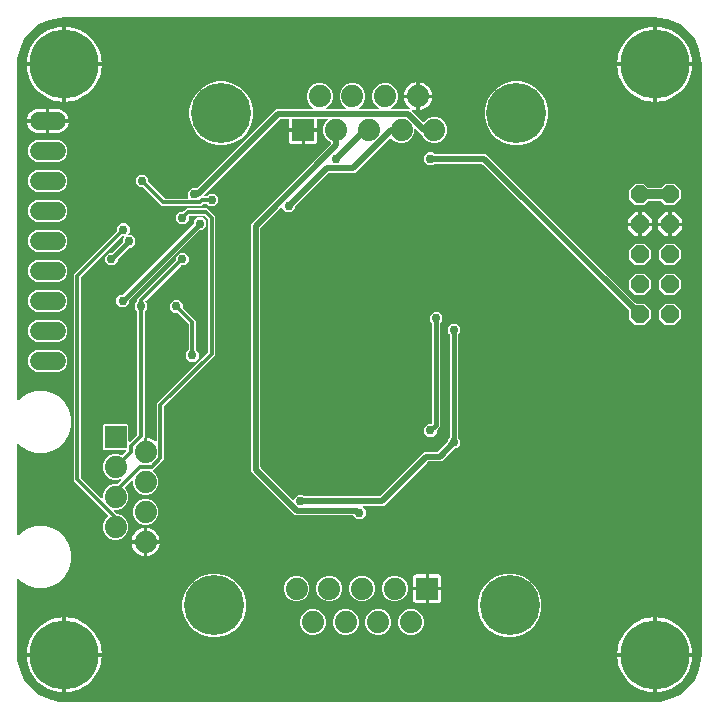
<source format=gbr>
G04 EAGLE Gerber RS-274X export*
G75*
%MOMM*%
%FSLAX34Y34*%
%LPD*%
%INBottom Copper*%
%IPPOS*%
%AMOC8*
5,1,8,0,0,1.08239X$1,22.5*%
G01*
%ADD10C,5.842000*%
%ADD11R,1.879600X1.879600*%
%ADD12C,1.879600*%
%ADD13C,5.080000*%
%ADD14P,1.649562X8X292.500000*%
%ADD15C,1.524000*%
%ADD16C,0.756400*%
%ADD17C,0.508000*%
%ADD18C,0.304800*%
%ADD19C,0.406400*%
%ADD20C,0.812800*%

G36*
X550016Y-589837D02*
X550016Y-589837D01*
X550043Y-589838D01*
X554418Y-589592D01*
X554450Y-589585D01*
X554545Y-589574D01*
X563076Y-587627D01*
X563077Y-587627D01*
X563079Y-587627D01*
X563237Y-587571D01*
X571121Y-583774D01*
X571122Y-583773D01*
X571124Y-583773D01*
X571265Y-583683D01*
X578107Y-578228D01*
X578108Y-578227D01*
X578109Y-578226D01*
X578227Y-578107D01*
X583683Y-571265D01*
X583684Y-571264D01*
X583685Y-571263D01*
X583699Y-571242D01*
X583704Y-571236D01*
X583709Y-571224D01*
X583774Y-571121D01*
X587571Y-563237D01*
X587571Y-563236D01*
X587572Y-563234D01*
X587627Y-563076D01*
X589574Y-554545D01*
X589576Y-554513D01*
X589592Y-554418D01*
X589838Y-550043D01*
X589836Y-550027D01*
X589839Y-550000D01*
X589839Y-50000D01*
X589837Y-49984D01*
X589838Y-49957D01*
X589592Y-45582D01*
X589585Y-45550D01*
X589574Y-45455D01*
X587627Y-36924D01*
X587627Y-36923D01*
X587627Y-36921D01*
X587571Y-36763D01*
X583774Y-28879D01*
X583773Y-28878D01*
X583773Y-28876D01*
X583683Y-28735D01*
X578227Y-21893D01*
X578227Y-21892D01*
X578226Y-21891D01*
X578107Y-21773D01*
X571265Y-16317D01*
X571264Y-16316D01*
X571263Y-16315D01*
X571121Y-16226D01*
X563237Y-12429D01*
X563236Y-12429D01*
X563234Y-12428D01*
X563076Y-12373D01*
X561745Y-12069D01*
X558410Y-11308D01*
X555075Y-10547D01*
X555075Y-10546D01*
X554545Y-10426D01*
X554513Y-10424D01*
X554418Y-10408D01*
X550043Y-10162D01*
X550026Y-10164D01*
X550000Y-10161D01*
X50000Y-10161D01*
X49984Y-10163D01*
X49957Y-10162D01*
X45582Y-10408D01*
X45550Y-10415D01*
X45455Y-10426D01*
X36924Y-12373D01*
X36923Y-12373D01*
X36921Y-12373D01*
X36763Y-12429D01*
X28879Y-16226D01*
X28878Y-16227D01*
X28876Y-16227D01*
X28735Y-16317D01*
X21893Y-21773D01*
X21892Y-21773D01*
X21891Y-21774D01*
X21773Y-21893D01*
X16317Y-28735D01*
X16316Y-28736D01*
X16315Y-28737D01*
X16226Y-28879D01*
X12429Y-36763D01*
X12429Y-36764D01*
X12428Y-36766D01*
X12373Y-36924D01*
X10426Y-45455D01*
X10424Y-45487D01*
X10408Y-45582D01*
X10162Y-49957D01*
X10164Y-49974D01*
X10161Y-50000D01*
X10161Y-333855D01*
X10172Y-333925D01*
X10174Y-333997D01*
X10192Y-334046D01*
X10200Y-334097D01*
X10234Y-334161D01*
X10259Y-334228D01*
X10291Y-334269D01*
X10316Y-334315D01*
X10368Y-334364D01*
X10412Y-334420D01*
X10456Y-334448D01*
X10494Y-334484D01*
X10559Y-334514D01*
X10619Y-334553D01*
X10670Y-334566D01*
X10717Y-334588D01*
X10788Y-334596D01*
X10858Y-334613D01*
X10910Y-334609D01*
X10961Y-334615D01*
X11032Y-334600D01*
X11103Y-334594D01*
X11151Y-334574D01*
X11202Y-334563D01*
X11263Y-334526D01*
X11329Y-334498D01*
X11385Y-334453D01*
X11413Y-334436D01*
X11428Y-334419D01*
X11460Y-334393D01*
X13937Y-331916D01*
X19902Y-328472D01*
X26556Y-326689D01*
X33444Y-326689D01*
X40098Y-328472D01*
X46063Y-331916D01*
X50934Y-336787D01*
X54378Y-342752D01*
X56161Y-349406D01*
X56161Y-356294D01*
X54378Y-362948D01*
X50934Y-368913D01*
X46063Y-373784D01*
X40098Y-377228D01*
X33444Y-379011D01*
X26556Y-379011D01*
X19902Y-377228D01*
X13937Y-373784D01*
X11460Y-371307D01*
X11402Y-371265D01*
X11350Y-371216D01*
X11303Y-371194D01*
X11261Y-371164D01*
X11192Y-371142D01*
X11127Y-371112D01*
X11075Y-371107D01*
X11025Y-371091D01*
X10954Y-371093D01*
X10883Y-371085D01*
X10832Y-371096D01*
X10780Y-371098D01*
X10712Y-371122D01*
X10642Y-371137D01*
X10597Y-371164D01*
X10549Y-371182D01*
X10493Y-371227D01*
X10431Y-371264D01*
X10397Y-371303D01*
X10357Y-371336D01*
X10318Y-371396D01*
X10271Y-371451D01*
X10252Y-371499D01*
X10224Y-371543D01*
X10206Y-371612D01*
X10179Y-371679D01*
X10171Y-371750D01*
X10163Y-371781D01*
X10165Y-371804D01*
X10161Y-371845D01*
X10161Y-448155D01*
X10172Y-448225D01*
X10174Y-448297D01*
X10192Y-448346D01*
X10200Y-448397D01*
X10234Y-448461D01*
X10259Y-448528D01*
X10291Y-448569D01*
X10316Y-448615D01*
X10368Y-448664D01*
X10412Y-448720D01*
X10456Y-448748D01*
X10494Y-448784D01*
X10559Y-448814D01*
X10619Y-448853D01*
X10670Y-448866D01*
X10717Y-448888D01*
X10788Y-448896D01*
X10858Y-448913D01*
X10910Y-448909D01*
X10961Y-448915D01*
X11032Y-448900D01*
X11103Y-448894D01*
X11151Y-448874D01*
X11202Y-448863D01*
X11263Y-448826D01*
X11329Y-448798D01*
X11385Y-448753D01*
X11413Y-448736D01*
X11428Y-448719D01*
X11460Y-448693D01*
X13937Y-446216D01*
X19902Y-442772D01*
X26556Y-440989D01*
X33444Y-440989D01*
X40098Y-442772D01*
X46063Y-446216D01*
X50934Y-451087D01*
X54378Y-457052D01*
X56161Y-463706D01*
X56161Y-470594D01*
X54378Y-477248D01*
X50934Y-483213D01*
X46063Y-488084D01*
X40098Y-491528D01*
X33444Y-493311D01*
X26556Y-493311D01*
X19902Y-491528D01*
X13937Y-488084D01*
X11460Y-485607D01*
X11402Y-485565D01*
X11350Y-485516D01*
X11303Y-485494D01*
X11261Y-485464D01*
X11192Y-485442D01*
X11127Y-485412D01*
X11075Y-485407D01*
X11025Y-485391D01*
X10954Y-485393D01*
X10883Y-485385D01*
X10832Y-485396D01*
X10780Y-485398D01*
X10712Y-485422D01*
X10642Y-485437D01*
X10597Y-485464D01*
X10549Y-485482D01*
X10493Y-485527D01*
X10431Y-485564D01*
X10397Y-485603D01*
X10357Y-485636D01*
X10318Y-485696D01*
X10271Y-485751D01*
X10252Y-485799D01*
X10224Y-485843D01*
X10206Y-485912D01*
X10179Y-485979D01*
X10171Y-486050D01*
X10163Y-486081D01*
X10165Y-486104D01*
X10161Y-486145D01*
X10161Y-550000D01*
X10163Y-550016D01*
X10162Y-550043D01*
X10408Y-554418D01*
X10415Y-554450D01*
X10426Y-554545D01*
X12373Y-563076D01*
X12373Y-563077D01*
X12373Y-563079D01*
X12429Y-563237D01*
X16226Y-571121D01*
X16227Y-571122D01*
X16227Y-571124D01*
X16317Y-571265D01*
X21773Y-578107D01*
X21773Y-578108D01*
X21774Y-578109D01*
X21893Y-578227D01*
X28735Y-583683D01*
X28736Y-583684D01*
X28737Y-583685D01*
X28879Y-583774D01*
X36763Y-587571D01*
X36764Y-587571D01*
X36766Y-587572D01*
X36924Y-587627D01*
X39864Y-588298D01*
X43199Y-589060D01*
X45455Y-589574D01*
X45487Y-589576D01*
X45582Y-589592D01*
X49957Y-589838D01*
X49974Y-589836D01*
X50000Y-589839D01*
X550000Y-589839D01*
X550016Y-589837D01*
G37*
%LPC*%
G36*
X297802Y-435307D02*
X297802Y-435307D01*
X294629Y-432134D01*
X294555Y-432081D01*
X294485Y-432021D01*
X294455Y-432009D01*
X294429Y-431990D01*
X294342Y-431963D01*
X294257Y-431929D01*
X294216Y-431925D01*
X294194Y-431918D01*
X294162Y-431919D01*
X294091Y-431911D01*
X245066Y-431911D01*
X208089Y-394934D01*
X208089Y-185066D01*
X275912Y-117243D01*
X275965Y-117169D01*
X276025Y-117100D01*
X276037Y-117070D01*
X276056Y-117044D01*
X276083Y-116957D01*
X276117Y-116872D01*
X276121Y-116831D01*
X276128Y-116809D01*
X276127Y-116776D01*
X276135Y-116705D01*
X276135Y-116248D01*
X276116Y-116133D01*
X276099Y-116017D01*
X276097Y-116011D01*
X276096Y-116005D01*
X276041Y-115902D01*
X275988Y-115797D01*
X275983Y-115793D01*
X275980Y-115788D01*
X275896Y-115708D01*
X275812Y-115625D01*
X275806Y-115622D01*
X275802Y-115618D01*
X275785Y-115610D01*
X275665Y-115544D01*
X274013Y-114860D01*
X270940Y-111787D01*
X269277Y-107773D01*
X269277Y-103427D01*
X270940Y-99413D01*
X272851Y-97502D01*
X272893Y-97444D01*
X272942Y-97392D01*
X272964Y-97345D01*
X272994Y-97303D01*
X273015Y-97234D01*
X273046Y-97169D01*
X273051Y-97117D01*
X273067Y-97067D01*
X273065Y-96996D01*
X273073Y-96925D01*
X273062Y-96874D01*
X273060Y-96822D01*
X273036Y-96754D01*
X273020Y-96684D01*
X272994Y-96639D01*
X272976Y-96591D01*
X272931Y-96535D01*
X272894Y-96473D01*
X272855Y-96439D01*
X272822Y-96399D01*
X272762Y-96360D01*
X272707Y-96313D01*
X272659Y-96294D01*
X272615Y-96266D01*
X272546Y-96248D01*
X272479Y-96221D01*
X272408Y-96213D01*
X272377Y-96205D01*
X272353Y-96207D01*
X272312Y-96203D01*
X265200Y-96203D01*
X265180Y-96206D01*
X265161Y-96204D01*
X265059Y-96226D01*
X264957Y-96242D01*
X264940Y-96252D01*
X264920Y-96256D01*
X264831Y-96309D01*
X264740Y-96358D01*
X264726Y-96372D01*
X264709Y-96382D01*
X264642Y-96461D01*
X264570Y-96536D01*
X264562Y-96554D01*
X264549Y-96569D01*
X264510Y-96665D01*
X264467Y-96759D01*
X264465Y-96779D01*
X264457Y-96797D01*
X264439Y-96964D01*
X264439Y-104077D01*
X253262Y-104077D01*
X253242Y-104080D01*
X253223Y-104078D01*
X253121Y-104100D01*
X253019Y-104117D01*
X253002Y-104126D01*
X252982Y-104130D01*
X252893Y-104183D01*
X252802Y-104232D01*
X252788Y-104246D01*
X252771Y-104256D01*
X252704Y-104335D01*
X252633Y-104410D01*
X252624Y-104428D01*
X252611Y-104443D01*
X252573Y-104539D01*
X252529Y-104633D01*
X252527Y-104653D01*
X252519Y-104671D01*
X252501Y-104838D01*
X252501Y-105601D01*
X252499Y-105601D01*
X252499Y-104838D01*
X252496Y-104818D01*
X252498Y-104799D01*
X252476Y-104697D01*
X252459Y-104595D01*
X252450Y-104578D01*
X252446Y-104558D01*
X252393Y-104469D01*
X252344Y-104378D01*
X252330Y-104364D01*
X252320Y-104347D01*
X252241Y-104280D01*
X252166Y-104209D01*
X252148Y-104200D01*
X252133Y-104187D01*
X252037Y-104148D01*
X251943Y-104105D01*
X251923Y-104103D01*
X251905Y-104095D01*
X251738Y-104077D01*
X240561Y-104077D01*
X240561Y-96964D01*
X240558Y-96944D01*
X240560Y-96925D01*
X240538Y-96823D01*
X240522Y-96721D01*
X240512Y-96704D01*
X240508Y-96684D01*
X240455Y-96595D01*
X240406Y-96504D01*
X240392Y-96490D01*
X240382Y-96473D01*
X240303Y-96406D01*
X240228Y-96334D01*
X240210Y-96326D01*
X240195Y-96313D01*
X240099Y-96274D01*
X240005Y-96231D01*
X239985Y-96229D01*
X239967Y-96221D01*
X239800Y-96203D01*
X233418Y-96203D01*
X233328Y-96217D01*
X233237Y-96225D01*
X233207Y-96237D01*
X233175Y-96242D01*
X233094Y-96285D01*
X233010Y-96321D01*
X232978Y-96347D01*
X232957Y-96358D01*
X232935Y-96381D01*
X232879Y-96426D01*
X168781Y-160524D01*
X168739Y-160582D01*
X168690Y-160634D01*
X168668Y-160681D01*
X168638Y-160723D01*
X168617Y-160792D01*
X168586Y-160857D01*
X168581Y-160909D01*
X168565Y-160959D01*
X168567Y-161030D01*
X168559Y-161101D01*
X168570Y-161152D01*
X168572Y-161204D01*
X168596Y-161272D01*
X168612Y-161342D01*
X168638Y-161387D01*
X168656Y-161435D01*
X168701Y-161491D01*
X168738Y-161553D01*
X168777Y-161587D01*
X168810Y-161627D01*
X168870Y-161666D01*
X168925Y-161713D01*
X168973Y-161732D01*
X169017Y-161760D01*
X169086Y-161778D01*
X169153Y-161805D01*
X169224Y-161813D01*
X169255Y-161821D01*
X169279Y-161819D01*
X169320Y-161823D01*
X170229Y-161823D01*
X170319Y-161809D01*
X170410Y-161801D01*
X170439Y-161789D01*
X170471Y-161784D01*
X170552Y-161741D01*
X170636Y-161705D01*
X170668Y-161679D01*
X170689Y-161668D01*
X170711Y-161645D01*
X170767Y-161600D01*
X172802Y-159565D01*
X177198Y-159565D01*
X180307Y-162674D01*
X180307Y-167070D01*
X177198Y-170179D01*
X172802Y-170179D01*
X170767Y-168144D01*
X170693Y-168091D01*
X170623Y-168031D01*
X170593Y-168019D01*
X170567Y-168000D01*
X170480Y-167973D01*
X170395Y-167939D01*
X170354Y-167935D01*
X170332Y-167928D01*
X170300Y-167929D01*
X170229Y-167921D01*
X168165Y-167921D01*
X168075Y-167935D01*
X167984Y-167943D01*
X167955Y-167955D01*
X167923Y-167960D01*
X167842Y-168003D01*
X167758Y-168039D01*
X167726Y-168065D01*
X167705Y-168076D01*
X167683Y-168099D01*
X167627Y-168144D01*
X165892Y-169879D01*
X132738Y-169879D01*
X117289Y-154430D01*
X117215Y-154377D01*
X117146Y-154317D01*
X117116Y-154305D01*
X117089Y-154286D01*
X117002Y-154259D01*
X116918Y-154225D01*
X116877Y-154221D01*
X116854Y-154214D01*
X116822Y-154215D01*
X116751Y-154207D01*
X113873Y-154207D01*
X110764Y-151098D01*
X110764Y-146702D01*
X113873Y-143593D01*
X118269Y-143593D01*
X121378Y-146702D01*
X121378Y-149580D01*
X121393Y-149670D01*
X121400Y-149761D01*
X121412Y-149791D01*
X121418Y-149823D01*
X121460Y-149903D01*
X121496Y-149987D01*
X121522Y-150019D01*
X121533Y-150040D01*
X121556Y-150062D01*
X121601Y-150118D01*
X135041Y-163558D01*
X135115Y-163611D01*
X135184Y-163671D01*
X135215Y-163683D01*
X135241Y-163702D01*
X135328Y-163729D01*
X135413Y-163763D01*
X135453Y-163767D01*
X135476Y-163774D01*
X135508Y-163773D01*
X135579Y-163781D01*
X154439Y-163781D01*
X154509Y-163770D01*
X154581Y-163768D01*
X154630Y-163750D01*
X154681Y-163742D01*
X154745Y-163708D01*
X154812Y-163683D01*
X154853Y-163651D01*
X154899Y-163626D01*
X154948Y-163574D01*
X155004Y-163530D01*
X155032Y-163486D01*
X155068Y-163448D01*
X155098Y-163383D01*
X155137Y-163323D01*
X155150Y-163272D01*
X155172Y-163225D01*
X155180Y-163154D01*
X155197Y-163084D01*
X155193Y-163032D01*
X155199Y-162981D01*
X155184Y-162910D01*
X155178Y-162839D01*
X155158Y-162791D01*
X155147Y-162740D01*
X155110Y-162679D01*
X155082Y-162613D01*
X155037Y-162557D01*
X155020Y-162529D01*
X155003Y-162514D01*
X154977Y-162482D01*
X154693Y-162198D01*
X154693Y-157802D01*
X157802Y-154693D01*
X162229Y-154693D01*
X162234Y-154697D01*
X162318Y-154757D01*
X162337Y-154763D01*
X162354Y-154774D01*
X162454Y-154799D01*
X162553Y-154829D01*
X162573Y-154829D01*
X162592Y-154834D01*
X162695Y-154826D01*
X162799Y-154823D01*
X162818Y-154816D01*
X162838Y-154815D01*
X162932Y-154774D01*
X163030Y-154739D01*
X163046Y-154726D01*
X163064Y-154718D01*
X163195Y-154613D01*
X229735Y-88073D01*
X260281Y-88073D01*
X260377Y-88058D01*
X260474Y-88048D01*
X260498Y-88038D01*
X260524Y-88034D01*
X260610Y-87988D01*
X260699Y-87948D01*
X260718Y-87931D01*
X260741Y-87918D01*
X260808Y-87848D01*
X260880Y-87782D01*
X260892Y-87759D01*
X260910Y-87740D01*
X260951Y-87652D01*
X260998Y-87566D01*
X261003Y-87541D01*
X261014Y-87517D01*
X261025Y-87420D01*
X261042Y-87324D01*
X261038Y-87298D01*
X261041Y-87273D01*
X261020Y-87178D01*
X261006Y-87081D01*
X260994Y-87058D01*
X260989Y-87032D01*
X260939Y-86949D01*
X260895Y-86862D01*
X260876Y-86843D01*
X260863Y-86821D01*
X260789Y-86758D01*
X260719Y-86690D01*
X260691Y-86674D01*
X260676Y-86661D01*
X260645Y-86649D01*
X260572Y-86609D01*
X260213Y-86460D01*
X257140Y-83387D01*
X255477Y-79373D01*
X255477Y-75027D01*
X257140Y-71013D01*
X260213Y-67940D01*
X264227Y-66277D01*
X268573Y-66277D01*
X272587Y-67940D01*
X275660Y-71013D01*
X277323Y-75027D01*
X277323Y-79373D01*
X275660Y-83387D01*
X272587Y-86460D01*
X272228Y-86609D01*
X272145Y-86660D01*
X272059Y-86706D01*
X272041Y-86725D01*
X272019Y-86738D01*
X271957Y-86813D01*
X271890Y-86884D01*
X271879Y-86908D01*
X271862Y-86928D01*
X271827Y-87019D01*
X271786Y-87107D01*
X271783Y-87133D01*
X271774Y-87157D01*
X271770Y-87255D01*
X271759Y-87351D01*
X271764Y-87377D01*
X271763Y-87403D01*
X271790Y-87497D01*
X271811Y-87592D01*
X271825Y-87614D01*
X271832Y-87639D01*
X271887Y-87719D01*
X271937Y-87803D01*
X271957Y-87820D01*
X271972Y-87841D01*
X272050Y-87900D01*
X272124Y-87963D01*
X272149Y-87973D01*
X272169Y-87988D01*
X272262Y-88018D01*
X272352Y-88055D01*
X272385Y-88058D01*
X272403Y-88064D01*
X272436Y-88064D01*
X272519Y-88073D01*
X287981Y-88073D01*
X288077Y-88058D01*
X288174Y-88048D01*
X288198Y-88038D01*
X288224Y-88034D01*
X288310Y-87988D01*
X288399Y-87948D01*
X288418Y-87931D01*
X288441Y-87918D01*
X288508Y-87848D01*
X288580Y-87782D01*
X288592Y-87759D01*
X288610Y-87740D01*
X288651Y-87652D01*
X288698Y-87566D01*
X288703Y-87541D01*
X288714Y-87517D01*
X288725Y-87420D01*
X288742Y-87324D01*
X288738Y-87298D01*
X288741Y-87273D01*
X288720Y-87178D01*
X288706Y-87081D01*
X288694Y-87058D01*
X288689Y-87032D01*
X288639Y-86949D01*
X288595Y-86862D01*
X288576Y-86843D01*
X288563Y-86821D01*
X288489Y-86758D01*
X288419Y-86690D01*
X288391Y-86674D01*
X288376Y-86661D01*
X288345Y-86649D01*
X288272Y-86609D01*
X287913Y-86460D01*
X284840Y-83387D01*
X283177Y-79373D01*
X283177Y-75027D01*
X284840Y-71013D01*
X287913Y-67940D01*
X291927Y-66277D01*
X296273Y-66277D01*
X300287Y-67940D01*
X303360Y-71013D01*
X305023Y-75027D01*
X305023Y-79373D01*
X303360Y-83387D01*
X300287Y-86460D01*
X299928Y-86609D01*
X299845Y-86660D01*
X299759Y-86706D01*
X299741Y-86725D01*
X299719Y-86738D01*
X299657Y-86813D01*
X299590Y-86884D01*
X299579Y-86908D01*
X299562Y-86928D01*
X299527Y-87019D01*
X299486Y-87107D01*
X299483Y-87133D01*
X299474Y-87157D01*
X299470Y-87255D01*
X299459Y-87351D01*
X299464Y-87377D01*
X299463Y-87403D01*
X299490Y-87497D01*
X299511Y-87592D01*
X299525Y-87614D01*
X299532Y-87639D01*
X299587Y-87719D01*
X299637Y-87803D01*
X299657Y-87820D01*
X299672Y-87841D01*
X299750Y-87900D01*
X299824Y-87963D01*
X299849Y-87973D01*
X299869Y-87988D01*
X299962Y-88018D01*
X300052Y-88055D01*
X300085Y-88058D01*
X300103Y-88064D01*
X300136Y-88064D01*
X300219Y-88073D01*
X315581Y-88073D01*
X315677Y-88058D01*
X315774Y-88048D01*
X315798Y-88038D01*
X315824Y-88034D01*
X315909Y-87988D01*
X315999Y-87948D01*
X316018Y-87931D01*
X316041Y-87918D01*
X316108Y-87848D01*
X316180Y-87782D01*
X316192Y-87759D01*
X316210Y-87740D01*
X316251Y-87652D01*
X316298Y-87566D01*
X316303Y-87541D01*
X316314Y-87517D01*
X316325Y-87420D01*
X316342Y-87324D01*
X316338Y-87298D01*
X316341Y-87273D01*
X316320Y-87178D01*
X316306Y-87081D01*
X316294Y-87058D01*
X316289Y-87032D01*
X316239Y-86949D01*
X316195Y-86862D01*
X316176Y-86843D01*
X316163Y-86821D01*
X316089Y-86758D01*
X316019Y-86690D01*
X315991Y-86674D01*
X315976Y-86661D01*
X315945Y-86649D01*
X315872Y-86609D01*
X315513Y-86460D01*
X312440Y-83387D01*
X310777Y-79373D01*
X310777Y-75027D01*
X312440Y-71013D01*
X315513Y-67940D01*
X319527Y-66277D01*
X323873Y-66277D01*
X327887Y-67940D01*
X330960Y-71013D01*
X332623Y-75027D01*
X332623Y-79373D01*
X330960Y-83387D01*
X327887Y-86460D01*
X327528Y-86609D01*
X327445Y-86660D01*
X327359Y-86706D01*
X327341Y-86725D01*
X327319Y-86738D01*
X327257Y-86813D01*
X327190Y-86884D01*
X327179Y-86908D01*
X327162Y-86928D01*
X327127Y-87019D01*
X327086Y-87107D01*
X327083Y-87133D01*
X327074Y-87157D01*
X327070Y-87255D01*
X327059Y-87351D01*
X327064Y-87377D01*
X327063Y-87403D01*
X327090Y-87497D01*
X327111Y-87592D01*
X327125Y-87614D01*
X327132Y-87639D01*
X327187Y-87719D01*
X327237Y-87803D01*
X327257Y-87820D01*
X327272Y-87841D01*
X327350Y-87900D01*
X327424Y-87963D01*
X327448Y-87973D01*
X327469Y-87988D01*
X327562Y-88018D01*
X327652Y-88055D01*
X327685Y-88058D01*
X327703Y-88064D01*
X327736Y-88064D01*
X327819Y-88073D01*
X341712Y-88073D01*
X341719Y-88072D01*
X341727Y-88073D01*
X341841Y-88052D01*
X341954Y-88034D01*
X341961Y-88030D01*
X341969Y-88028D01*
X342070Y-87972D01*
X342172Y-87918D01*
X342177Y-87913D01*
X342184Y-87909D01*
X342262Y-87824D01*
X342341Y-87740D01*
X342344Y-87733D01*
X342350Y-87727D01*
X342396Y-87622D01*
X342445Y-87517D01*
X342446Y-87509D01*
X342449Y-87502D01*
X342459Y-87387D01*
X342472Y-87273D01*
X342470Y-87265D01*
X342471Y-87257D01*
X342444Y-87144D01*
X342419Y-87032D01*
X342415Y-87025D01*
X342414Y-87018D01*
X342352Y-86919D01*
X342293Y-86821D01*
X342287Y-86816D01*
X342283Y-86809D01*
X342159Y-86696D01*
X341622Y-86306D01*
X340294Y-84978D01*
X339189Y-83457D01*
X338336Y-81783D01*
X337755Y-79996D01*
X337554Y-78723D01*
X347877Y-78723D01*
X347877Y-89046D01*
X346604Y-88845D01*
X345216Y-88394D01*
X345149Y-88383D01*
X345084Y-88363D01*
X345028Y-88365D01*
X344973Y-88356D01*
X344906Y-88368D01*
X344838Y-88370D01*
X344786Y-88389D01*
X344731Y-88399D01*
X344671Y-88431D01*
X344607Y-88454D01*
X344564Y-88489D01*
X344514Y-88516D01*
X344468Y-88566D01*
X344415Y-88608D01*
X344385Y-88655D01*
X344347Y-88696D01*
X344319Y-88758D01*
X344282Y-88815D01*
X344269Y-88869D01*
X344246Y-88920D01*
X344239Y-88988D01*
X344222Y-89053D01*
X344227Y-89109D01*
X344221Y-89165D01*
X344236Y-89231D01*
X344241Y-89299D01*
X344263Y-89350D01*
X344276Y-89405D01*
X344311Y-89463D01*
X344338Y-89525D01*
X344387Y-89587D01*
X344404Y-89615D01*
X344420Y-89628D01*
X344443Y-89656D01*
X345464Y-90677D01*
X353581Y-98795D01*
X353598Y-98807D01*
X353610Y-98822D01*
X353697Y-98878D01*
X353781Y-98938D01*
X353800Y-98944D01*
X353817Y-98955D01*
X353917Y-98980D01*
X354016Y-99011D01*
X354036Y-99010D01*
X354056Y-99015D01*
X354158Y-99007D01*
X354262Y-99004D01*
X354281Y-98998D01*
X354301Y-98996D01*
X354396Y-98956D01*
X354493Y-98920D01*
X354509Y-98907D01*
X354527Y-98900D01*
X354658Y-98795D01*
X357113Y-96340D01*
X361127Y-94677D01*
X365473Y-94677D01*
X369487Y-96340D01*
X372560Y-99413D01*
X374223Y-103427D01*
X374223Y-107773D01*
X372560Y-111787D01*
X369487Y-114860D01*
X365473Y-116523D01*
X361127Y-116523D01*
X357113Y-114860D01*
X354040Y-111787D01*
X353356Y-110135D01*
X353294Y-110035D01*
X353234Y-109935D01*
X353229Y-109931D01*
X353226Y-109926D01*
X353164Y-109875D01*
X347822Y-104532D01*
X347764Y-104491D01*
X347712Y-104441D01*
X347665Y-104419D01*
X347623Y-104389D01*
X347554Y-104368D01*
X347489Y-104338D01*
X347437Y-104332D01*
X347387Y-104317D01*
X347316Y-104318D01*
X347245Y-104311D01*
X347194Y-104322D01*
X347142Y-104323D01*
X347074Y-104348D01*
X347004Y-104363D01*
X346959Y-104389D01*
X346911Y-104407D01*
X346855Y-104452D01*
X346793Y-104489D01*
X346759Y-104529D01*
X346719Y-104561D01*
X346680Y-104621D01*
X346633Y-104676D01*
X346614Y-104724D01*
X346586Y-104768D01*
X346568Y-104837D01*
X346541Y-104904D01*
X346533Y-104975D01*
X346525Y-105007D01*
X346527Y-105030D01*
X346523Y-105071D01*
X346523Y-107773D01*
X344860Y-111787D01*
X341787Y-114860D01*
X337773Y-116523D01*
X333427Y-116523D01*
X329413Y-114860D01*
X326958Y-112405D01*
X326942Y-112393D01*
X326929Y-112378D01*
X326842Y-112322D01*
X326758Y-112262D01*
X326739Y-112256D01*
X326723Y-112245D01*
X326622Y-112220D01*
X326523Y-112189D01*
X326503Y-112190D01*
X326484Y-112185D01*
X326381Y-112193D01*
X326277Y-112196D01*
X326259Y-112202D01*
X326239Y-112204D01*
X326144Y-112244D01*
X326046Y-112280D01*
X326031Y-112293D01*
X326012Y-112300D01*
X325881Y-112405D01*
X296376Y-141911D01*
X274153Y-141911D01*
X274063Y-141925D01*
X273972Y-141933D01*
X273942Y-141945D01*
X273910Y-141950D01*
X273830Y-141993D01*
X273746Y-142029D01*
X273714Y-142055D01*
X273693Y-142066D01*
X273671Y-142089D01*
X273615Y-142134D01*
X245530Y-170219D01*
X245477Y-170293D01*
X245417Y-170362D01*
X245405Y-170392D01*
X245386Y-170418D01*
X245359Y-170505D01*
X245325Y-170590D01*
X245321Y-170631D01*
X245314Y-170654D01*
X245315Y-170686D01*
X245307Y-170757D01*
X245307Y-172198D01*
X242198Y-175307D01*
X237802Y-175307D01*
X234693Y-172198D01*
X234693Y-171797D01*
X234682Y-171726D01*
X234680Y-171655D01*
X234662Y-171606D01*
X234654Y-171554D01*
X234620Y-171491D01*
X234595Y-171424D01*
X234563Y-171383D01*
X234538Y-171337D01*
X234486Y-171288D01*
X234442Y-171232D01*
X234398Y-171203D01*
X234360Y-171167D01*
X234295Y-171137D01*
X234235Y-171099D01*
X234184Y-171086D01*
X234137Y-171064D01*
X234066Y-171056D01*
X233996Y-171038D01*
X233944Y-171043D01*
X233893Y-171037D01*
X233822Y-171052D01*
X233751Y-171058D01*
X233703Y-171078D01*
X233652Y-171089D01*
X233591Y-171126D01*
X233525Y-171154D01*
X233469Y-171199D01*
X233441Y-171215D01*
X233426Y-171233D01*
X233394Y-171259D01*
X216442Y-188211D01*
X216389Y-188285D01*
X216329Y-188354D01*
X216317Y-188384D01*
X216298Y-188411D01*
X216271Y-188497D01*
X216237Y-188582D01*
X216233Y-188623D01*
X216226Y-188646D01*
X216227Y-188678D01*
X216219Y-188749D01*
X216219Y-391251D01*
X216233Y-391341D01*
X216241Y-391432D01*
X216253Y-391462D01*
X216258Y-391494D01*
X216301Y-391574D01*
X216337Y-391658D01*
X216363Y-391690D01*
X216374Y-391711D01*
X216397Y-391733D01*
X216442Y-391789D01*
X243394Y-418741D01*
X243452Y-418783D01*
X243504Y-418833D01*
X243551Y-418855D01*
X243593Y-418885D01*
X243662Y-418906D01*
X243727Y-418936D01*
X243779Y-418942D01*
X243829Y-418957D01*
X243900Y-418955D01*
X243971Y-418963D01*
X244022Y-418952D01*
X244074Y-418951D01*
X244142Y-418926D01*
X244212Y-418911D01*
X244257Y-418884D01*
X244305Y-418866D01*
X244361Y-418822D01*
X244423Y-418785D01*
X244457Y-418745D01*
X244497Y-418713D01*
X244536Y-418652D01*
X244583Y-418598D01*
X244602Y-418550D01*
X244630Y-418506D01*
X244648Y-418436D01*
X244675Y-418370D01*
X244683Y-418298D01*
X244691Y-418267D01*
X244689Y-418244D01*
X244693Y-418203D01*
X244693Y-417802D01*
X247802Y-414693D01*
X252198Y-414693D01*
X253217Y-415712D01*
X253291Y-415765D01*
X253361Y-415825D01*
X253391Y-415837D01*
X253417Y-415856D01*
X253504Y-415883D01*
X253589Y-415917D01*
X253630Y-415921D01*
X253652Y-415928D01*
X253684Y-415927D01*
X253755Y-415935D01*
X316905Y-415935D01*
X316995Y-415921D01*
X317086Y-415913D01*
X317116Y-415901D01*
X317148Y-415896D01*
X317229Y-415853D01*
X317312Y-415817D01*
X317345Y-415791D01*
X317365Y-415780D01*
X317387Y-415757D01*
X317443Y-415712D01*
X355066Y-378089D01*
X365847Y-378089D01*
X365937Y-378075D01*
X366028Y-378067D01*
X366058Y-378055D01*
X366090Y-378050D01*
X366170Y-378007D01*
X366254Y-377971D01*
X366286Y-377945D01*
X366307Y-377934D01*
X366329Y-377911D01*
X366385Y-377866D01*
X374470Y-369781D01*
X374523Y-369707D01*
X374583Y-369638D01*
X374595Y-369608D01*
X374614Y-369582D01*
X374641Y-369495D01*
X374675Y-369410D01*
X374679Y-369369D01*
X374686Y-369347D01*
X374685Y-369314D01*
X374693Y-369243D01*
X374693Y-367802D01*
X376220Y-366275D01*
X376273Y-366201D01*
X376333Y-366131D01*
X376345Y-366101D01*
X376364Y-366075D01*
X376391Y-365988D01*
X376425Y-365903D01*
X376429Y-365862D01*
X376436Y-365840D01*
X376435Y-365808D01*
X376443Y-365737D01*
X376443Y-279263D01*
X376429Y-279173D01*
X376421Y-279082D01*
X376409Y-279053D01*
X376404Y-279021D01*
X376361Y-278940D01*
X376325Y-278856D01*
X376299Y-278824D01*
X376288Y-278803D01*
X376265Y-278781D01*
X376258Y-278772D01*
X376250Y-278758D01*
X376241Y-278751D01*
X376220Y-278725D01*
X374693Y-277198D01*
X374693Y-272802D01*
X377802Y-269693D01*
X382198Y-269693D01*
X385307Y-272802D01*
X385307Y-277198D01*
X383780Y-278725D01*
X383736Y-278786D01*
X383703Y-278821D01*
X383697Y-278834D01*
X383667Y-278869D01*
X383655Y-278899D01*
X383636Y-278925D01*
X383609Y-279012D01*
X383575Y-279097D01*
X383571Y-279138D01*
X383564Y-279160D01*
X383565Y-279192D01*
X383557Y-279263D01*
X383557Y-365737D01*
X383571Y-365827D01*
X383579Y-365918D01*
X383591Y-365947D01*
X383596Y-365979D01*
X383639Y-366060D01*
X383675Y-366144D01*
X383701Y-366176D01*
X383712Y-366197D01*
X383735Y-366219D01*
X383780Y-366275D01*
X385307Y-367802D01*
X385307Y-372198D01*
X382198Y-375307D01*
X380757Y-375307D01*
X380667Y-375321D01*
X380576Y-375329D01*
X380546Y-375341D01*
X380514Y-375346D01*
X380434Y-375389D01*
X380350Y-375425D01*
X380318Y-375451D01*
X380297Y-375462D01*
X380275Y-375485D01*
X380219Y-375530D01*
X372134Y-383615D01*
X369530Y-386219D01*
X358749Y-386219D01*
X358659Y-386233D01*
X358568Y-386241D01*
X358538Y-386253D01*
X358506Y-386258D01*
X358426Y-386301D01*
X358342Y-386337D01*
X358310Y-386363D01*
X358289Y-386374D01*
X358267Y-386397D01*
X358211Y-386442D01*
X320588Y-424065D01*
X303407Y-424065D01*
X303337Y-424076D01*
X303265Y-424078D01*
X303216Y-424096D01*
X303165Y-424104D01*
X303101Y-424138D01*
X303034Y-424163D01*
X302993Y-424195D01*
X302947Y-424220D01*
X302898Y-424272D01*
X302842Y-424316D01*
X302814Y-424360D01*
X302778Y-424398D01*
X302748Y-424463D01*
X302709Y-424523D01*
X302696Y-424574D01*
X302674Y-424621D01*
X302666Y-424692D01*
X302649Y-424762D01*
X302653Y-424814D01*
X302647Y-424865D01*
X302662Y-424936D01*
X302668Y-425007D01*
X302688Y-425055D01*
X302699Y-425106D01*
X302736Y-425167D01*
X302764Y-425233D01*
X302809Y-425289D01*
X302826Y-425317D01*
X302843Y-425332D01*
X302869Y-425364D01*
X305307Y-427802D01*
X305307Y-432198D01*
X302198Y-435307D01*
X297802Y-435307D01*
G37*
%LPD*%
%LPC*%
G36*
X91327Y-452673D02*
X91327Y-452673D01*
X87313Y-451010D01*
X84240Y-447937D01*
X82577Y-443923D01*
X82577Y-439577D01*
X84240Y-435563D01*
X86982Y-432821D01*
X86993Y-432805D01*
X87009Y-432793D01*
X87065Y-432705D01*
X87125Y-432621D01*
X87131Y-432602D01*
X87142Y-432586D01*
X87167Y-432485D01*
X87198Y-432386D01*
X87197Y-432366D01*
X87202Y-432347D01*
X87194Y-432244D01*
X87191Y-432140D01*
X87184Y-432122D01*
X87183Y-432102D01*
X87143Y-432007D01*
X87107Y-431909D01*
X87094Y-431894D01*
X87087Y-431876D01*
X87006Y-431775D01*
X87003Y-431770D01*
X86999Y-431767D01*
X86982Y-431745D01*
X60014Y-404777D01*
X58005Y-402768D01*
X58005Y-227683D01*
X94470Y-191218D01*
X94523Y-191144D01*
X94583Y-191075D01*
X94595Y-191045D01*
X94614Y-191018D01*
X94641Y-190931D01*
X94675Y-190847D01*
X94679Y-190806D01*
X94686Y-190783D01*
X94685Y-190751D01*
X94693Y-190680D01*
X94693Y-187802D01*
X97802Y-184693D01*
X102198Y-184693D01*
X105307Y-187802D01*
X105307Y-192198D01*
X104111Y-193394D01*
X104069Y-193452D01*
X104020Y-193504D01*
X103998Y-193551D01*
X103968Y-193593D01*
X103946Y-193662D01*
X103916Y-193727D01*
X103911Y-193779D01*
X103895Y-193829D01*
X103897Y-193900D01*
X103889Y-193971D01*
X103900Y-194022D01*
X103902Y-194074D01*
X103926Y-194142D01*
X103941Y-194212D01*
X103968Y-194257D01*
X103986Y-194305D01*
X104031Y-194361D01*
X104068Y-194423D01*
X104107Y-194457D01*
X104140Y-194497D01*
X104200Y-194536D01*
X104255Y-194583D01*
X104303Y-194602D01*
X104347Y-194630D01*
X104416Y-194648D01*
X104483Y-194675D01*
X104554Y-194683D01*
X104585Y-194691D01*
X104608Y-194689D01*
X104649Y-194693D01*
X107198Y-194693D01*
X110307Y-197802D01*
X110307Y-202198D01*
X107198Y-205307D01*
X105039Y-205307D01*
X104948Y-205321D01*
X104858Y-205329D01*
X104828Y-205341D01*
X104796Y-205346D01*
X104715Y-205389D01*
X104631Y-205425D01*
X104599Y-205451D01*
X104578Y-205462D01*
X104556Y-205485D01*
X104500Y-205530D01*
X95530Y-214500D01*
X95477Y-214574D01*
X95417Y-214644D01*
X95405Y-214674D01*
X95386Y-214700D01*
X95359Y-214787D01*
X95325Y-214872D01*
X95321Y-214913D01*
X95314Y-214935D01*
X95315Y-214967D01*
X95307Y-215039D01*
X95307Y-217198D01*
X92198Y-220307D01*
X87802Y-220307D01*
X84693Y-217198D01*
X84693Y-212802D01*
X87802Y-209693D01*
X89961Y-209693D01*
X90052Y-209679D01*
X90142Y-209671D01*
X90172Y-209659D01*
X90204Y-209654D01*
X90285Y-209611D01*
X90369Y-209575D01*
X90401Y-209549D01*
X90422Y-209538D01*
X90444Y-209515D01*
X90500Y-209470D01*
X99470Y-200500D01*
X99523Y-200426D01*
X99583Y-200356D01*
X99595Y-200326D01*
X99614Y-200300D01*
X99641Y-200213D01*
X99675Y-200128D01*
X99679Y-200087D01*
X99686Y-200065D01*
X99685Y-200033D01*
X99693Y-199961D01*
X99693Y-197802D01*
X100889Y-196606D01*
X100931Y-196548D01*
X100980Y-196496D01*
X101002Y-196449D01*
X101032Y-196407D01*
X101054Y-196338D01*
X101084Y-196273D01*
X101089Y-196221D01*
X101105Y-196171D01*
X101103Y-196100D01*
X101111Y-196029D01*
X101100Y-195978D01*
X101098Y-195926D01*
X101074Y-195858D01*
X101059Y-195788D01*
X101032Y-195743D01*
X101014Y-195695D01*
X100969Y-195639D01*
X100932Y-195577D01*
X100893Y-195543D01*
X100860Y-195503D01*
X100800Y-195464D01*
X100745Y-195417D01*
X100697Y-195398D01*
X100653Y-195370D01*
X100584Y-195352D01*
X100517Y-195325D01*
X100446Y-195317D01*
X100415Y-195309D01*
X100392Y-195311D01*
X100351Y-195307D01*
X99320Y-195307D01*
X99230Y-195321D01*
X99139Y-195329D01*
X99109Y-195341D01*
X99077Y-195346D01*
X98997Y-195389D01*
X98913Y-195425D01*
X98881Y-195451D01*
X98860Y-195462D01*
X98838Y-195485D01*
X98782Y-195530D01*
X64326Y-229986D01*
X64273Y-230060D01*
X64262Y-230073D01*
X64234Y-230101D01*
X64231Y-230108D01*
X64213Y-230129D01*
X64201Y-230159D01*
X64182Y-230186D01*
X64156Y-230269D01*
X64131Y-230324D01*
X64129Y-230337D01*
X64121Y-230357D01*
X64117Y-230398D01*
X64110Y-230421D01*
X64111Y-230453D01*
X64103Y-230524D01*
X64103Y-399927D01*
X64117Y-400017D01*
X64125Y-400108D01*
X64137Y-400138D01*
X64142Y-400170D01*
X64185Y-400251D01*
X64221Y-400334D01*
X64247Y-400367D01*
X64258Y-400387D01*
X64281Y-400409D01*
X64326Y-400465D01*
X81278Y-417417D01*
X81336Y-417459D01*
X81388Y-417509D01*
X81435Y-417531D01*
X81477Y-417561D01*
X81546Y-417582D01*
X81611Y-417612D01*
X81663Y-417618D01*
X81713Y-417633D01*
X81784Y-417632D01*
X81855Y-417639D01*
X81906Y-417628D01*
X81958Y-417627D01*
X82026Y-417602D01*
X82096Y-417587D01*
X82141Y-417560D01*
X82189Y-417543D01*
X82245Y-417498D01*
X82307Y-417461D01*
X82341Y-417421D01*
X82381Y-417389D01*
X82420Y-417329D01*
X82467Y-417274D01*
X82486Y-417226D01*
X82514Y-417182D01*
X82532Y-417112D01*
X82559Y-417046D01*
X82567Y-416975D01*
X82575Y-416943D01*
X82573Y-416920D01*
X82577Y-416879D01*
X82577Y-414177D01*
X84240Y-410163D01*
X87313Y-407090D01*
X91327Y-405427D01*
X94895Y-405427D01*
X94985Y-405413D01*
X95076Y-405405D01*
X95105Y-405393D01*
X95137Y-405388D01*
X95218Y-405345D01*
X95302Y-405309D01*
X95334Y-405283D01*
X95355Y-405272D01*
X95377Y-405249D01*
X95433Y-405204D01*
X98244Y-402393D01*
X98301Y-402314D01*
X98363Y-402239D01*
X98373Y-402214D01*
X98388Y-402193D01*
X98417Y-402100D01*
X98452Y-402009D01*
X98453Y-401983D01*
X98460Y-401958D01*
X98458Y-401860D01*
X98462Y-401763D01*
X98455Y-401738D01*
X98454Y-401712D01*
X98420Y-401620D01*
X98393Y-401527D01*
X98379Y-401506D01*
X98370Y-401481D01*
X98309Y-401405D01*
X98253Y-401325D01*
X98232Y-401309D01*
X98216Y-401289D01*
X98134Y-401236D01*
X98056Y-401178D01*
X98031Y-401170D01*
X98009Y-401156D01*
X97914Y-401132D01*
X97822Y-401102D01*
X97796Y-401102D01*
X97770Y-401096D01*
X97673Y-401103D01*
X97576Y-401104D01*
X97544Y-401113D01*
X97525Y-401115D01*
X97495Y-401128D01*
X97415Y-401151D01*
X95673Y-401873D01*
X91327Y-401873D01*
X87313Y-400210D01*
X84240Y-397137D01*
X82577Y-393123D01*
X82577Y-388777D01*
X84240Y-384763D01*
X87313Y-381690D01*
X91327Y-380027D01*
X95673Y-380027D01*
X98341Y-381133D01*
X98455Y-381159D01*
X98568Y-381188D01*
X98575Y-381187D01*
X98581Y-381189D01*
X98697Y-381178D01*
X98814Y-381169D01*
X98819Y-381166D01*
X98826Y-381166D01*
X98933Y-381118D01*
X99040Y-381072D01*
X99046Y-381068D01*
X99050Y-381066D01*
X99064Y-381053D01*
X99171Y-380968D01*
X102366Y-377772D01*
X102408Y-377714D01*
X102457Y-377662D01*
X102479Y-377615D01*
X102510Y-377573D01*
X102531Y-377504D01*
X102561Y-377439D01*
X102567Y-377387D01*
X102582Y-377337D01*
X102580Y-377266D01*
X102588Y-377195D01*
X102577Y-377144D01*
X102576Y-377092D01*
X102551Y-377024D01*
X102536Y-376954D01*
X102509Y-376910D01*
X102491Y-376861D01*
X102446Y-376805D01*
X102410Y-376743D01*
X102370Y-376709D01*
X102338Y-376669D01*
X102277Y-376630D01*
X102223Y-376583D01*
X102174Y-376564D01*
X102131Y-376536D01*
X102061Y-376518D01*
X101995Y-376491D01*
X101923Y-376483D01*
X101892Y-376475D01*
X101869Y-376477D01*
X101828Y-376473D01*
X83470Y-376473D01*
X82577Y-375580D01*
X82577Y-355520D01*
X83470Y-354627D01*
X103530Y-354627D01*
X104423Y-355520D01*
X104423Y-368977D01*
X104434Y-369047D01*
X104436Y-369119D01*
X104454Y-369168D01*
X104462Y-369219D01*
X104496Y-369283D01*
X104521Y-369350D01*
X104553Y-369391D01*
X104578Y-369437D01*
X104630Y-369486D01*
X104674Y-369542D01*
X104718Y-369570D01*
X104756Y-369606D01*
X104821Y-369636D01*
X104881Y-369675D01*
X104932Y-369688D01*
X104979Y-369710D01*
X105050Y-369718D01*
X105120Y-369735D01*
X105172Y-369731D01*
X105223Y-369737D01*
X105294Y-369722D01*
X105365Y-369716D01*
X105413Y-369696D01*
X105464Y-369685D01*
X105525Y-369648D01*
X105591Y-369620D01*
X105647Y-369575D01*
X105675Y-369558D01*
X105690Y-369541D01*
X105722Y-369515D01*
X111728Y-363509D01*
X111773Y-363447D01*
X111803Y-363415D01*
X111809Y-363403D01*
X111841Y-363365D01*
X111853Y-363335D01*
X111872Y-363309D01*
X111899Y-363222D01*
X111933Y-363137D01*
X111937Y-363096D01*
X111944Y-363074D01*
X111943Y-363042D01*
X111951Y-362971D01*
X111951Y-259771D01*
X111937Y-259681D01*
X111929Y-259590D01*
X111917Y-259561D01*
X111912Y-259529D01*
X111869Y-259448D01*
X111833Y-259364D01*
X111807Y-259332D01*
X111796Y-259311D01*
X111773Y-259289D01*
X111728Y-259233D01*
X109693Y-257198D01*
X109693Y-252802D01*
X111728Y-250767D01*
X111781Y-250693D01*
X111841Y-250623D01*
X111853Y-250593D01*
X111872Y-250567D01*
X111899Y-250480D01*
X111933Y-250395D01*
X111937Y-250354D01*
X111944Y-250332D01*
X111943Y-250300D01*
X111951Y-250229D01*
X111951Y-248737D01*
X144470Y-216218D01*
X144523Y-216144D01*
X144583Y-216075D01*
X144595Y-216045D01*
X144614Y-216018D01*
X144641Y-215931D01*
X144675Y-215847D01*
X144679Y-215806D01*
X144686Y-215783D01*
X144685Y-215751D01*
X144693Y-215680D01*
X144693Y-212802D01*
X147802Y-209693D01*
X152198Y-209693D01*
X155307Y-212802D01*
X155307Y-217198D01*
X152198Y-220307D01*
X149320Y-220307D01*
X149230Y-220321D01*
X149139Y-220329D01*
X149109Y-220341D01*
X149077Y-220346D01*
X148997Y-220389D01*
X148913Y-220425D01*
X148881Y-220451D01*
X148860Y-220462D01*
X148838Y-220485D01*
X148782Y-220530D01*
X118946Y-250365D01*
X118935Y-250381D01*
X118919Y-250394D01*
X118863Y-250481D01*
X118803Y-250565D01*
X118797Y-250584D01*
X118786Y-250601D01*
X118761Y-250701D01*
X118731Y-250800D01*
X118731Y-250820D01*
X118726Y-250839D01*
X118734Y-250942D01*
X118737Y-251046D01*
X118744Y-251065D01*
X118745Y-251084D01*
X118786Y-251179D01*
X118821Y-251277D01*
X118834Y-251292D01*
X118842Y-251311D01*
X118946Y-251442D01*
X120307Y-252802D01*
X120307Y-257198D01*
X118272Y-259233D01*
X118219Y-259307D01*
X118159Y-259377D01*
X118147Y-259407D01*
X118128Y-259433D01*
X118101Y-259520D01*
X118067Y-259605D01*
X118063Y-259646D01*
X118056Y-259668D01*
X118057Y-259700D01*
X118049Y-259771D01*
X118049Y-365812D01*
X117600Y-366261D01*
X117557Y-366320D01*
X117514Y-366365D01*
X117507Y-366381D01*
X117487Y-366404D01*
X117475Y-366434D01*
X117456Y-366460D01*
X117429Y-366547D01*
X117428Y-366551D01*
X117411Y-366588D01*
X117410Y-366596D01*
X117395Y-366632D01*
X117391Y-366673D01*
X117384Y-366695D01*
X117385Y-366728D01*
X117377Y-366799D01*
X117377Y-377488D01*
X117380Y-377508D01*
X117378Y-377527D01*
X117400Y-377629D01*
X117417Y-377731D01*
X117426Y-377748D01*
X117430Y-377768D01*
X117483Y-377857D01*
X117532Y-377948D01*
X117546Y-377962D01*
X117556Y-377979D01*
X117635Y-378046D01*
X117710Y-378117D01*
X117728Y-378126D01*
X117743Y-378139D01*
X117839Y-378177D01*
X117933Y-378221D01*
X117953Y-378223D01*
X117971Y-378231D01*
X118138Y-378249D01*
X119662Y-378249D01*
X119682Y-378246D01*
X119701Y-378248D01*
X119803Y-378226D01*
X119905Y-378209D01*
X119922Y-378200D01*
X119942Y-378196D01*
X120031Y-378143D01*
X120122Y-378094D01*
X120136Y-378080D01*
X120153Y-378070D01*
X120220Y-377991D01*
X120291Y-377916D01*
X120300Y-377898D01*
X120313Y-377883D01*
X120352Y-377787D01*
X120395Y-377693D01*
X120397Y-377673D01*
X120405Y-377655D01*
X120423Y-377488D01*
X120423Y-366404D01*
X121696Y-366605D01*
X123483Y-367186D01*
X125157Y-368039D01*
X126678Y-369144D01*
X126998Y-369464D01*
X127056Y-369506D01*
X127108Y-369555D01*
X127155Y-369577D01*
X127197Y-369607D01*
X127266Y-369628D01*
X127331Y-369659D01*
X127383Y-369664D01*
X127433Y-369680D01*
X127504Y-369678D01*
X127575Y-369686D01*
X127626Y-369675D01*
X127678Y-369673D01*
X127746Y-369649D01*
X127816Y-369634D01*
X127861Y-369607D01*
X127909Y-369589D01*
X127965Y-369544D01*
X128027Y-369507D01*
X128061Y-369468D01*
X128101Y-369435D01*
X128140Y-369375D01*
X128187Y-369320D01*
X128206Y-369272D01*
X128234Y-369228D01*
X128252Y-369159D01*
X128279Y-369092D01*
X128287Y-369021D01*
X128295Y-368990D01*
X128293Y-368966D01*
X128297Y-368926D01*
X128297Y-337391D01*
X171728Y-293960D01*
X171781Y-293886D01*
X171841Y-293817D01*
X171853Y-293787D01*
X171872Y-293760D01*
X171899Y-293674D01*
X171933Y-293589D01*
X171937Y-293548D01*
X171944Y-293525D01*
X171943Y-293493D01*
X171951Y-293422D01*
X171951Y-181578D01*
X171937Y-181488D01*
X171929Y-181397D01*
X171917Y-181367D01*
X171912Y-181335D01*
X171869Y-181255D01*
X171833Y-181171D01*
X171807Y-181139D01*
X171796Y-181118D01*
X171773Y-181096D01*
X171728Y-181040D01*
X168960Y-178272D01*
X168886Y-178219D01*
X168817Y-178159D01*
X168787Y-178147D01*
X168760Y-178128D01*
X168673Y-178101D01*
X168589Y-178067D01*
X168548Y-178063D01*
X168525Y-178056D01*
X168493Y-178057D01*
X168422Y-178049D01*
X156578Y-178049D01*
X156488Y-178063D01*
X156397Y-178071D01*
X156367Y-178083D01*
X156335Y-178088D01*
X156255Y-178131D01*
X156171Y-178167D01*
X156139Y-178193D01*
X156118Y-178204D01*
X156096Y-178227D01*
X156040Y-178272D01*
X155530Y-178782D01*
X155477Y-178856D01*
X155417Y-178925D01*
X155405Y-178955D01*
X155386Y-178982D01*
X155359Y-179069D01*
X155325Y-179153D01*
X155321Y-179194D01*
X155314Y-179217D01*
X155315Y-179249D01*
X155307Y-179320D01*
X155307Y-182198D01*
X152198Y-185307D01*
X147802Y-185307D01*
X144693Y-182198D01*
X144693Y-177802D01*
X147802Y-174693D01*
X150680Y-174693D01*
X150770Y-174679D01*
X150861Y-174671D01*
X150891Y-174659D01*
X150923Y-174654D01*
X151003Y-174611D01*
X151087Y-174575D01*
X151119Y-174549D01*
X151140Y-174538D01*
X151162Y-174515D01*
X151218Y-174470D01*
X153737Y-171951D01*
X171263Y-171951D01*
X178049Y-178737D01*
X178049Y-296263D01*
X134618Y-339694D01*
X134565Y-339768D01*
X134505Y-339837D01*
X134493Y-339867D01*
X134474Y-339894D01*
X134447Y-339981D01*
X134413Y-340065D01*
X134409Y-340106D01*
X134402Y-340129D01*
X134403Y-340161D01*
X134395Y-340232D01*
X134395Y-384668D01*
X125418Y-393645D01*
X125407Y-393661D01*
X125391Y-393673D01*
X125335Y-393761D01*
X125275Y-393844D01*
X125269Y-393863D01*
X125258Y-393880D01*
X125233Y-393981D01*
X125202Y-394079D01*
X125203Y-394099D01*
X125198Y-394119D01*
X125206Y-394222D01*
X125209Y-394325D01*
X125216Y-394344D01*
X125217Y-394364D01*
X125258Y-394459D01*
X125263Y-394473D01*
X125264Y-394478D01*
X125266Y-394481D01*
X125293Y-394556D01*
X125306Y-394572D01*
X125313Y-394590D01*
X125382Y-394676D01*
X125390Y-394689D01*
X125398Y-394696D01*
X125418Y-394721D01*
X128160Y-397463D01*
X129823Y-401477D01*
X129823Y-405823D01*
X128160Y-409837D01*
X125087Y-412910D01*
X121073Y-414573D01*
X116727Y-414573D01*
X112713Y-412910D01*
X109640Y-409837D01*
X107977Y-405823D01*
X107977Y-403121D01*
X107966Y-403050D01*
X107964Y-402978D01*
X107946Y-402929D01*
X107938Y-402878D01*
X107904Y-402815D01*
X107879Y-402747D01*
X107847Y-402707D01*
X107822Y-402661D01*
X107770Y-402611D01*
X107726Y-402555D01*
X107682Y-402527D01*
X107644Y-402491D01*
X107579Y-402461D01*
X107519Y-402422D01*
X107468Y-402410D01*
X107421Y-402388D01*
X107350Y-402380D01*
X107280Y-402362D01*
X107228Y-402366D01*
X107177Y-402361D01*
X107106Y-402376D01*
X107035Y-402381D01*
X106987Y-402402D01*
X106936Y-402413D01*
X106875Y-402450D01*
X106809Y-402478D01*
X106753Y-402522D01*
X106725Y-402539D01*
X106710Y-402557D01*
X106678Y-402583D01*
X101467Y-407793D01*
X101455Y-407809D01*
X101440Y-407822D01*
X101384Y-407909D01*
X101323Y-407993D01*
X101318Y-408012D01*
X101307Y-408029D01*
X101281Y-408129D01*
X101251Y-408228D01*
X101252Y-408248D01*
X101247Y-408267D01*
X101255Y-408370D01*
X101257Y-408474D01*
X101264Y-408493D01*
X101266Y-408513D01*
X101306Y-408608D01*
X101342Y-408705D01*
X101354Y-408721D01*
X101362Y-408739D01*
X101467Y-408870D01*
X102760Y-410163D01*
X104423Y-414177D01*
X104423Y-418523D01*
X102760Y-422537D01*
X99687Y-425610D01*
X95673Y-427273D01*
X92971Y-427273D01*
X92900Y-427284D01*
X92828Y-427286D01*
X92779Y-427304D01*
X92728Y-427312D01*
X92665Y-427346D01*
X92597Y-427371D01*
X92557Y-427403D01*
X92511Y-427428D01*
X92461Y-427480D01*
X92405Y-427524D01*
X92377Y-427568D01*
X92341Y-427606D01*
X92311Y-427671D01*
X92272Y-427731D01*
X92260Y-427782D01*
X92238Y-427829D01*
X92230Y-427900D01*
X92212Y-427970D01*
X92216Y-428022D01*
X92211Y-428073D01*
X92226Y-428144D01*
X92231Y-428215D01*
X92252Y-428263D01*
X92263Y-428314D01*
X92300Y-428375D01*
X92328Y-428441D01*
X92373Y-428497D01*
X92389Y-428525D01*
X92407Y-428540D01*
X92433Y-428572D01*
X94465Y-430604D01*
X94539Y-430657D01*
X94608Y-430717D01*
X94638Y-430729D01*
X94664Y-430748D01*
X94751Y-430775D01*
X94836Y-430809D01*
X94877Y-430813D01*
X94899Y-430820D01*
X94932Y-430819D01*
X95003Y-430827D01*
X95673Y-430827D01*
X99687Y-432490D01*
X102760Y-435563D01*
X104423Y-439577D01*
X104423Y-443923D01*
X102760Y-447937D01*
X99687Y-451010D01*
X95673Y-452673D01*
X91327Y-452673D01*
G37*
%LPD*%
%LPC*%
G36*
X423555Y-535025D02*
X423555Y-535025D01*
X416707Y-533190D01*
X410568Y-529645D01*
X405555Y-524632D01*
X402010Y-518493D01*
X400175Y-511645D01*
X400175Y-504555D01*
X402010Y-497707D01*
X405555Y-491568D01*
X410568Y-486555D01*
X416707Y-483010D01*
X423555Y-481175D01*
X430645Y-481175D01*
X437493Y-483010D01*
X443632Y-486555D01*
X448645Y-491568D01*
X452190Y-497707D01*
X454025Y-504555D01*
X454025Y-511645D01*
X452190Y-518493D01*
X448645Y-524632D01*
X443632Y-529645D01*
X437493Y-533190D01*
X430645Y-535025D01*
X423555Y-535025D01*
G37*
%LPD*%
%LPC*%
G36*
X173555Y-535025D02*
X173555Y-535025D01*
X166707Y-533190D01*
X160568Y-529645D01*
X155555Y-524632D01*
X152010Y-518493D01*
X150175Y-511645D01*
X150175Y-504555D01*
X152010Y-497707D01*
X155555Y-491568D01*
X160568Y-486555D01*
X166707Y-483010D01*
X173555Y-481175D01*
X180645Y-481175D01*
X187493Y-483010D01*
X193632Y-486555D01*
X198645Y-491568D01*
X202190Y-497707D01*
X204025Y-504555D01*
X204025Y-511645D01*
X202190Y-518493D01*
X198645Y-524632D01*
X193632Y-529645D01*
X187493Y-533190D01*
X180645Y-535025D01*
X173555Y-535025D01*
G37*
%LPD*%
%LPC*%
G36*
X429355Y-118325D02*
X429355Y-118325D01*
X422507Y-116490D01*
X416368Y-112945D01*
X411355Y-107932D01*
X407810Y-101793D01*
X405975Y-94945D01*
X405975Y-87855D01*
X407810Y-81007D01*
X411355Y-74868D01*
X416368Y-69855D01*
X422507Y-66310D01*
X429355Y-64475D01*
X436445Y-64475D01*
X443293Y-66310D01*
X449432Y-69855D01*
X454445Y-74868D01*
X457990Y-81007D01*
X459825Y-87855D01*
X459825Y-94945D01*
X457990Y-101793D01*
X454445Y-107932D01*
X449432Y-112945D01*
X443293Y-116490D01*
X436445Y-118325D01*
X429355Y-118325D01*
G37*
%LPD*%
%LPC*%
G36*
X179355Y-118325D02*
X179355Y-118325D01*
X172507Y-116490D01*
X166368Y-112945D01*
X161355Y-107932D01*
X157810Y-101793D01*
X155975Y-94945D01*
X155975Y-87855D01*
X157810Y-81007D01*
X161355Y-74868D01*
X166368Y-69855D01*
X172507Y-66310D01*
X179355Y-64475D01*
X186445Y-64475D01*
X193293Y-66310D01*
X199432Y-69855D01*
X204445Y-74868D01*
X207990Y-81007D01*
X209825Y-87855D01*
X209825Y-94945D01*
X207990Y-101793D01*
X204445Y-107932D01*
X199432Y-112945D01*
X193293Y-116490D01*
X186445Y-118325D01*
X179355Y-118325D01*
G37*
%LPD*%
%LPC*%
G36*
X533512Y-270945D02*
X533512Y-270945D01*
X528155Y-265588D01*
X528155Y-258719D01*
X528141Y-258629D01*
X528133Y-258538D01*
X528121Y-258508D01*
X528116Y-258476D01*
X528073Y-258396D01*
X528037Y-258312D01*
X528011Y-258280D01*
X528000Y-258259D01*
X527977Y-258237D01*
X527955Y-258209D01*
X527952Y-258205D01*
X527949Y-258202D01*
X527932Y-258181D01*
X404039Y-134288D01*
X403965Y-134235D01*
X403896Y-134175D01*
X403866Y-134163D01*
X403840Y-134144D01*
X403753Y-134117D01*
X403668Y-134083D01*
X403627Y-134079D01*
X403604Y-134072D01*
X403572Y-134073D01*
X403501Y-134065D01*
X363755Y-134065D01*
X363665Y-134079D01*
X363574Y-134087D01*
X363545Y-134099D01*
X363513Y-134104D01*
X363432Y-134147D01*
X363348Y-134183D01*
X363316Y-134209D01*
X363295Y-134220D01*
X363273Y-134243D01*
X363217Y-134288D01*
X362198Y-135307D01*
X357802Y-135307D01*
X354693Y-132198D01*
X354693Y-127802D01*
X357802Y-124693D01*
X362198Y-124693D01*
X363217Y-125712D01*
X363291Y-125765D01*
X363361Y-125825D01*
X363391Y-125837D01*
X363417Y-125856D01*
X363504Y-125883D01*
X363589Y-125917D01*
X363630Y-125921D01*
X363652Y-125928D01*
X363684Y-125927D01*
X363755Y-125935D01*
X407184Y-125935D01*
X533681Y-252432D01*
X533755Y-252485D01*
X533824Y-252545D01*
X533854Y-252557D01*
X533880Y-252576D01*
X533967Y-252603D01*
X534052Y-252637D01*
X534093Y-252641D01*
X534116Y-252648D01*
X534148Y-252647D01*
X534219Y-252655D01*
X541088Y-252655D01*
X546445Y-258012D01*
X546445Y-265588D01*
X541088Y-270945D01*
X533512Y-270945D01*
G37*
%LPD*%
%LPC*%
G36*
X357802Y-365307D02*
X357802Y-365307D01*
X354693Y-362198D01*
X354693Y-357802D01*
X357802Y-354693D01*
X359961Y-354693D01*
X360052Y-354679D01*
X360142Y-354671D01*
X360172Y-354659D01*
X360204Y-354654D01*
X360285Y-354611D01*
X360369Y-354575D01*
X360401Y-354549D01*
X360422Y-354538D01*
X360444Y-354515D01*
X360500Y-354470D01*
X361220Y-353750D01*
X361273Y-353676D01*
X361333Y-353606D01*
X361345Y-353576D01*
X361364Y-353550D01*
X361391Y-353463D01*
X361425Y-353378D01*
X361429Y-353337D01*
X361436Y-353315D01*
X361435Y-353283D01*
X361443Y-353211D01*
X361443Y-269263D01*
X361429Y-269173D01*
X361421Y-269082D01*
X361409Y-269053D01*
X361404Y-269021D01*
X361361Y-268940D01*
X361325Y-268856D01*
X361299Y-268824D01*
X361288Y-268803D01*
X361265Y-268781D01*
X361220Y-268725D01*
X359693Y-267198D01*
X359693Y-262802D01*
X362802Y-259693D01*
X367198Y-259693D01*
X370307Y-262802D01*
X370307Y-267198D01*
X368780Y-268725D01*
X368727Y-268799D01*
X368667Y-268869D01*
X368655Y-268899D01*
X368636Y-268925D01*
X368609Y-269012D01*
X368575Y-269097D01*
X368571Y-269138D01*
X368564Y-269160D01*
X368565Y-269192D01*
X368557Y-269263D01*
X368557Y-356473D01*
X366250Y-358780D01*
X365530Y-359500D01*
X365477Y-359574D01*
X365417Y-359644D01*
X365405Y-359674D01*
X365386Y-359700D01*
X365359Y-359787D01*
X365325Y-359872D01*
X365321Y-359913D01*
X365314Y-359935D01*
X365315Y-359967D01*
X365307Y-360039D01*
X365307Y-362198D01*
X362198Y-365307D01*
X357802Y-365307D01*
G37*
%LPD*%
%LPC*%
G36*
X97302Y-255807D02*
X97302Y-255807D01*
X94193Y-252698D01*
X94193Y-248302D01*
X97302Y-245193D01*
X99461Y-245193D01*
X99552Y-245179D01*
X99642Y-245171D01*
X99672Y-245159D01*
X99704Y-245154D01*
X99785Y-245111D01*
X99869Y-245075D01*
X99901Y-245049D01*
X99922Y-245038D01*
X99944Y-245015D01*
X100000Y-244970D01*
X159470Y-185500D01*
X159523Y-185426D01*
X159583Y-185356D01*
X159595Y-185326D01*
X159614Y-185300D01*
X159641Y-185213D01*
X159675Y-185128D01*
X159679Y-185087D01*
X159686Y-185065D01*
X159685Y-185033D01*
X159693Y-184961D01*
X159693Y-182802D01*
X162802Y-179693D01*
X167198Y-179693D01*
X170307Y-182802D01*
X170307Y-187198D01*
X167198Y-190307D01*
X165039Y-190307D01*
X164948Y-190321D01*
X164858Y-190329D01*
X164828Y-190341D01*
X164796Y-190346D01*
X164715Y-190389D01*
X164631Y-190425D01*
X164599Y-190451D01*
X164578Y-190462D01*
X164556Y-190485D01*
X164500Y-190530D01*
X105030Y-250000D01*
X104977Y-250074D01*
X104917Y-250144D01*
X104905Y-250174D01*
X104886Y-250200D01*
X104859Y-250287D01*
X104825Y-250372D01*
X104821Y-250413D01*
X104814Y-250435D01*
X104815Y-250467D01*
X104807Y-250539D01*
X104807Y-252698D01*
X101698Y-255807D01*
X97302Y-255807D01*
G37*
%LPD*%
%LPC*%
G36*
X551523Y-81751D02*
X551523Y-81751D01*
X551523Y-51523D01*
X581751Y-51523D01*
X581751Y-51560D01*
X581445Y-54664D01*
X580836Y-57724D01*
X579931Y-60709D01*
X578737Y-63592D01*
X577266Y-66343D01*
X575533Y-68937D01*
X573554Y-71348D01*
X571348Y-73554D01*
X568937Y-75533D01*
X566343Y-77266D01*
X563592Y-78737D01*
X560709Y-79931D01*
X557724Y-80836D01*
X554664Y-81445D01*
X551560Y-81751D01*
X551523Y-81751D01*
G37*
%LPD*%
%LPC*%
G36*
X51523Y-581751D02*
X51523Y-581751D01*
X51523Y-551523D01*
X81751Y-551523D01*
X81751Y-551560D01*
X81445Y-554664D01*
X80836Y-557724D01*
X79931Y-560709D01*
X78737Y-563592D01*
X77266Y-566343D01*
X75533Y-568937D01*
X73554Y-571348D01*
X71348Y-573554D01*
X68937Y-575533D01*
X66343Y-577266D01*
X63592Y-578737D01*
X60709Y-579931D01*
X57724Y-580836D01*
X54664Y-581445D01*
X51560Y-581751D01*
X51523Y-581751D01*
G37*
%LPD*%
%LPC*%
G36*
X551523Y-581751D02*
X551523Y-581751D01*
X551523Y-551523D01*
X581751Y-551523D01*
X581751Y-551560D01*
X581445Y-554664D01*
X580836Y-557724D01*
X579931Y-560709D01*
X578737Y-563592D01*
X577266Y-566343D01*
X575533Y-568937D01*
X573554Y-571348D01*
X571348Y-573554D01*
X568937Y-575533D01*
X566343Y-577266D01*
X563592Y-578737D01*
X560709Y-579931D01*
X557724Y-580836D01*
X554664Y-581445D01*
X551560Y-581751D01*
X551523Y-581751D01*
G37*
%LPD*%
%LPC*%
G36*
X51523Y-81751D02*
X51523Y-81751D01*
X51523Y-51523D01*
X81751Y-51523D01*
X81751Y-51560D01*
X81445Y-54664D01*
X80836Y-57724D01*
X79931Y-60709D01*
X78737Y-63592D01*
X77266Y-66343D01*
X75533Y-68937D01*
X73554Y-71348D01*
X71348Y-73554D01*
X68937Y-75533D01*
X66343Y-77266D01*
X63592Y-78737D01*
X60709Y-79931D01*
X57724Y-80836D01*
X54664Y-81445D01*
X51560Y-81751D01*
X51523Y-81751D01*
G37*
%LPD*%
%LPC*%
G36*
X548440Y-581751D02*
X548440Y-581751D01*
X545336Y-581445D01*
X542276Y-580836D01*
X539291Y-579931D01*
X536408Y-578737D01*
X533657Y-577266D01*
X531063Y-575533D01*
X528652Y-573554D01*
X526446Y-571348D01*
X524467Y-568937D01*
X522734Y-566343D01*
X521263Y-563592D01*
X520069Y-560709D01*
X519164Y-557724D01*
X518555Y-554664D01*
X518249Y-551560D01*
X518249Y-551523D01*
X548477Y-551523D01*
X548477Y-581751D01*
X548440Y-581751D01*
G37*
%LPD*%
%LPC*%
G36*
X48440Y-81751D02*
X48440Y-81751D01*
X45336Y-81445D01*
X42276Y-80836D01*
X39291Y-79931D01*
X36408Y-78737D01*
X33657Y-77266D01*
X31063Y-75533D01*
X28652Y-73554D01*
X26446Y-71348D01*
X24467Y-68937D01*
X22734Y-66343D01*
X21263Y-63592D01*
X20069Y-60709D01*
X19164Y-57724D01*
X18555Y-54664D01*
X18249Y-51560D01*
X18249Y-51523D01*
X48477Y-51523D01*
X48477Y-81751D01*
X48440Y-81751D01*
G37*
%LPD*%
%LPC*%
G36*
X548440Y-81751D02*
X548440Y-81751D01*
X545336Y-81445D01*
X542276Y-80836D01*
X539291Y-79931D01*
X536408Y-78737D01*
X533657Y-77266D01*
X531063Y-75533D01*
X528652Y-73554D01*
X526446Y-71348D01*
X524467Y-68937D01*
X522734Y-66343D01*
X521263Y-63592D01*
X520069Y-60709D01*
X519164Y-57724D01*
X518555Y-54664D01*
X518249Y-51560D01*
X518249Y-51523D01*
X548477Y-51523D01*
X548477Y-81751D01*
X548440Y-81751D01*
G37*
%LPD*%
%LPC*%
G36*
X48440Y-581751D02*
X48440Y-581751D01*
X45336Y-581445D01*
X42276Y-580836D01*
X39291Y-579931D01*
X36408Y-578737D01*
X33657Y-577266D01*
X31063Y-575533D01*
X28652Y-573554D01*
X26446Y-571348D01*
X24467Y-568937D01*
X22734Y-566343D01*
X21263Y-563592D01*
X20069Y-560709D01*
X19164Y-557724D01*
X18555Y-554664D01*
X18249Y-551560D01*
X18249Y-551523D01*
X48477Y-551523D01*
X48477Y-581751D01*
X48440Y-581751D01*
G37*
%LPD*%
%LPC*%
G36*
X551523Y-48477D02*
X551523Y-48477D01*
X551523Y-18249D01*
X551560Y-18249D01*
X554664Y-18555D01*
X557724Y-19164D01*
X560709Y-20069D01*
X563592Y-21263D01*
X566343Y-22734D01*
X568937Y-24467D01*
X571348Y-26446D01*
X573554Y-28652D01*
X575533Y-31063D01*
X577266Y-33657D01*
X578737Y-36408D01*
X579931Y-39291D01*
X580836Y-42276D01*
X581445Y-45336D01*
X581751Y-48440D01*
X581751Y-48477D01*
X551523Y-48477D01*
G37*
%LPD*%
%LPC*%
G36*
X51523Y-548477D02*
X51523Y-548477D01*
X51523Y-518249D01*
X51560Y-518249D01*
X54664Y-518555D01*
X57724Y-519164D01*
X60709Y-520069D01*
X63592Y-521263D01*
X66343Y-522734D01*
X68937Y-524467D01*
X71348Y-526446D01*
X73554Y-528652D01*
X75533Y-531063D01*
X77266Y-533657D01*
X78737Y-536408D01*
X79931Y-539291D01*
X80836Y-542276D01*
X81445Y-545336D01*
X81751Y-548440D01*
X81751Y-548477D01*
X51523Y-548477D01*
G37*
%LPD*%
%LPC*%
G36*
X51523Y-48477D02*
X51523Y-48477D01*
X51523Y-18249D01*
X51560Y-18249D01*
X54664Y-18555D01*
X57724Y-19164D01*
X60709Y-20069D01*
X63592Y-21263D01*
X66343Y-22734D01*
X68937Y-24467D01*
X71348Y-26446D01*
X73554Y-28652D01*
X75533Y-31063D01*
X77266Y-33657D01*
X78737Y-36408D01*
X79931Y-39291D01*
X80836Y-42276D01*
X81445Y-45336D01*
X81751Y-48440D01*
X81751Y-48477D01*
X51523Y-48477D01*
G37*
%LPD*%
%LPC*%
G36*
X551523Y-548477D02*
X551523Y-548477D01*
X551523Y-518249D01*
X551560Y-518249D01*
X554664Y-518555D01*
X557724Y-519164D01*
X560709Y-520069D01*
X563592Y-521263D01*
X566343Y-522734D01*
X568937Y-524467D01*
X571348Y-526446D01*
X573554Y-528652D01*
X575533Y-531063D01*
X577266Y-533657D01*
X578737Y-536408D01*
X579931Y-539291D01*
X580836Y-542276D01*
X581445Y-545336D01*
X581751Y-548440D01*
X581751Y-548477D01*
X551523Y-548477D01*
G37*
%LPD*%
%LPC*%
G36*
X18249Y-548477D02*
X18249Y-548477D01*
X18249Y-548440D01*
X18555Y-545336D01*
X19164Y-542276D01*
X20069Y-539291D01*
X21263Y-536408D01*
X22734Y-533657D01*
X24467Y-531063D01*
X26446Y-528652D01*
X28652Y-526446D01*
X31063Y-524467D01*
X33657Y-522734D01*
X36408Y-521263D01*
X39291Y-520069D01*
X42276Y-519164D01*
X45336Y-518555D01*
X48440Y-518249D01*
X48477Y-518249D01*
X48477Y-548477D01*
X18249Y-548477D01*
G37*
%LPD*%
%LPC*%
G36*
X518249Y-548477D02*
X518249Y-548477D01*
X518249Y-548440D01*
X518555Y-545336D01*
X519164Y-542276D01*
X520069Y-539291D01*
X521263Y-536408D01*
X522734Y-533657D01*
X524467Y-531063D01*
X526446Y-528652D01*
X528652Y-526446D01*
X531063Y-524467D01*
X533657Y-522734D01*
X536408Y-521263D01*
X539291Y-520069D01*
X542276Y-519164D01*
X545336Y-518555D01*
X548440Y-518249D01*
X548477Y-518249D01*
X548477Y-548477D01*
X518249Y-548477D01*
G37*
%LPD*%
%LPC*%
G36*
X518249Y-48477D02*
X518249Y-48477D01*
X518249Y-48440D01*
X518555Y-45336D01*
X519164Y-42276D01*
X520069Y-39291D01*
X521263Y-36408D01*
X522734Y-33657D01*
X524467Y-31063D01*
X526446Y-28652D01*
X528652Y-26446D01*
X531063Y-24467D01*
X533657Y-22734D01*
X536408Y-21263D01*
X539291Y-20069D01*
X542276Y-19164D01*
X545336Y-18555D01*
X548440Y-18249D01*
X548477Y-18249D01*
X548477Y-48477D01*
X518249Y-48477D01*
G37*
%LPD*%
%LPC*%
G36*
X18249Y-48477D02*
X18249Y-48477D01*
X18249Y-48440D01*
X18555Y-45336D01*
X19164Y-42276D01*
X20069Y-39291D01*
X21263Y-36408D01*
X22734Y-33657D01*
X24467Y-31063D01*
X26446Y-28652D01*
X28652Y-26446D01*
X31063Y-24467D01*
X33657Y-22734D01*
X36408Y-21263D01*
X39291Y-20069D01*
X42276Y-19164D01*
X45336Y-18555D01*
X48440Y-18249D01*
X48477Y-18249D01*
X48477Y-48477D01*
X18249Y-48477D01*
G37*
%LPD*%
%LPC*%
G36*
X533512Y-169345D02*
X533512Y-169345D01*
X528155Y-163988D01*
X528155Y-156412D01*
X533512Y-151055D01*
X541088Y-151055D01*
X544421Y-154388D01*
X544495Y-154441D01*
X544564Y-154501D01*
X544594Y-154513D01*
X544621Y-154532D01*
X544708Y-154559D01*
X544792Y-154593D01*
X544833Y-154597D01*
X544856Y-154604D01*
X544888Y-154603D01*
X544959Y-154611D01*
X555041Y-154611D01*
X555131Y-154597D01*
X555222Y-154589D01*
X555252Y-154577D01*
X555284Y-154572D01*
X555364Y-154529D01*
X555448Y-154493D01*
X555480Y-154467D01*
X555501Y-154456D01*
X555523Y-154433D01*
X555579Y-154388D01*
X558912Y-151055D01*
X566488Y-151055D01*
X571845Y-156412D01*
X571845Y-163988D01*
X566488Y-169345D01*
X558912Y-169345D01*
X555579Y-166012D01*
X555505Y-165959D01*
X555436Y-165899D01*
X555406Y-165887D01*
X555379Y-165868D01*
X555292Y-165841D01*
X555208Y-165807D01*
X555167Y-165803D01*
X555144Y-165796D01*
X555112Y-165797D01*
X555041Y-165789D01*
X544959Y-165789D01*
X544869Y-165803D01*
X544778Y-165811D01*
X544748Y-165823D01*
X544716Y-165828D01*
X544636Y-165871D01*
X544552Y-165907D01*
X544520Y-165933D01*
X544499Y-165944D01*
X544477Y-165967D01*
X544421Y-166012D01*
X541088Y-169345D01*
X533512Y-169345D01*
G37*
%LPD*%
%LPC*%
G36*
X26561Y-158045D02*
X26561Y-158045D01*
X23200Y-156653D01*
X20627Y-154080D01*
X19235Y-150719D01*
X19235Y-147081D01*
X20627Y-143720D01*
X23200Y-141147D01*
X26561Y-139755D01*
X45439Y-139755D01*
X48800Y-141147D01*
X51373Y-143720D01*
X52765Y-147081D01*
X52765Y-150719D01*
X51373Y-154080D01*
X48800Y-156653D01*
X45439Y-158045D01*
X26561Y-158045D01*
G37*
%LPD*%
%LPC*%
G36*
X26561Y-132645D02*
X26561Y-132645D01*
X23200Y-131253D01*
X20627Y-128680D01*
X19235Y-125319D01*
X19235Y-121681D01*
X20627Y-118320D01*
X23200Y-115747D01*
X26561Y-114355D01*
X45439Y-114355D01*
X48800Y-115747D01*
X51373Y-118320D01*
X52765Y-121681D01*
X52765Y-125319D01*
X51373Y-128680D01*
X48800Y-131253D01*
X45439Y-132645D01*
X26561Y-132645D01*
G37*
%LPD*%
%LPC*%
G36*
X26561Y-183445D02*
X26561Y-183445D01*
X23200Y-182053D01*
X20627Y-179480D01*
X19235Y-176119D01*
X19235Y-172481D01*
X20627Y-169120D01*
X23200Y-166547D01*
X26561Y-165155D01*
X45439Y-165155D01*
X48800Y-166547D01*
X51373Y-169120D01*
X52765Y-172481D01*
X52765Y-176119D01*
X51373Y-179480D01*
X48800Y-182053D01*
X45439Y-183445D01*
X26561Y-183445D01*
G37*
%LPD*%
%LPC*%
G36*
X26561Y-208845D02*
X26561Y-208845D01*
X23200Y-207453D01*
X20627Y-204880D01*
X19235Y-201519D01*
X19235Y-197881D01*
X20627Y-194520D01*
X23200Y-191947D01*
X26561Y-190555D01*
X45439Y-190555D01*
X48800Y-191947D01*
X51373Y-194520D01*
X52765Y-197881D01*
X52765Y-201519D01*
X51373Y-204880D01*
X48800Y-207453D01*
X45439Y-208845D01*
X26561Y-208845D01*
G37*
%LPD*%
%LPC*%
G36*
X26561Y-259645D02*
X26561Y-259645D01*
X23200Y-258253D01*
X20627Y-255680D01*
X19235Y-252319D01*
X19235Y-248681D01*
X20627Y-245320D01*
X23200Y-242747D01*
X26561Y-241355D01*
X45439Y-241355D01*
X48800Y-242747D01*
X51373Y-245320D01*
X52765Y-248681D01*
X52765Y-252319D01*
X51373Y-255680D01*
X48800Y-258253D01*
X45439Y-259645D01*
X26561Y-259645D01*
G37*
%LPD*%
%LPC*%
G36*
X26561Y-285045D02*
X26561Y-285045D01*
X23200Y-283653D01*
X20627Y-281080D01*
X19235Y-277719D01*
X19235Y-274081D01*
X20627Y-270720D01*
X23200Y-268147D01*
X26561Y-266755D01*
X45439Y-266755D01*
X48800Y-268147D01*
X51373Y-270720D01*
X52765Y-274081D01*
X52765Y-277719D01*
X51373Y-281080D01*
X48800Y-283653D01*
X45439Y-285045D01*
X26561Y-285045D01*
G37*
%LPD*%
%LPC*%
G36*
X26561Y-310445D02*
X26561Y-310445D01*
X23200Y-309053D01*
X20627Y-306480D01*
X19235Y-303119D01*
X19235Y-299481D01*
X20627Y-296120D01*
X23200Y-293547D01*
X26561Y-292155D01*
X45439Y-292155D01*
X48800Y-293547D01*
X51373Y-296120D01*
X52765Y-299481D01*
X52765Y-303119D01*
X51373Y-306480D01*
X48800Y-309053D01*
X45439Y-310445D01*
X26561Y-310445D01*
G37*
%LPD*%
%LPC*%
G36*
X26561Y-234245D02*
X26561Y-234245D01*
X23200Y-232853D01*
X20627Y-230280D01*
X19235Y-226919D01*
X19235Y-223281D01*
X20627Y-219920D01*
X23200Y-217347D01*
X26561Y-215955D01*
X45439Y-215955D01*
X48800Y-217347D01*
X51373Y-219920D01*
X52765Y-223281D01*
X52765Y-226919D01*
X51373Y-230280D01*
X48800Y-232853D01*
X45439Y-234245D01*
X26561Y-234245D01*
G37*
%LPD*%
%LPC*%
G36*
X156302Y-301807D02*
X156302Y-301807D01*
X153193Y-298698D01*
X153193Y-294302D01*
X155228Y-292267D01*
X155281Y-292193D01*
X155341Y-292123D01*
X155353Y-292093D01*
X155372Y-292067D01*
X155399Y-291980D01*
X155433Y-291895D01*
X155437Y-291854D01*
X155444Y-291832D01*
X155443Y-291800D01*
X155451Y-291729D01*
X155451Y-270078D01*
X155437Y-269988D01*
X155429Y-269897D01*
X155417Y-269867D01*
X155412Y-269835D01*
X155369Y-269755D01*
X155333Y-269671D01*
X155307Y-269639D01*
X155296Y-269618D01*
X155273Y-269596D01*
X155228Y-269540D01*
X146218Y-260530D01*
X146144Y-260477D01*
X146075Y-260417D01*
X146045Y-260405D01*
X146018Y-260386D01*
X145931Y-260359D01*
X145847Y-260325D01*
X145806Y-260321D01*
X145783Y-260314D01*
X145751Y-260315D01*
X145680Y-260307D01*
X142802Y-260307D01*
X139693Y-257198D01*
X139693Y-252802D01*
X142802Y-249693D01*
X147198Y-249693D01*
X150307Y-252802D01*
X150307Y-255680D01*
X150308Y-255688D01*
X150308Y-255690D01*
X150310Y-255702D01*
X150321Y-255770D01*
X150329Y-255861D01*
X150341Y-255891D01*
X150346Y-255923D01*
X150389Y-256003D01*
X150425Y-256087D01*
X150451Y-256119D01*
X150462Y-256140D01*
X150485Y-256162D01*
X150530Y-256218D01*
X161549Y-267237D01*
X161549Y-291729D01*
X161563Y-291819D01*
X161571Y-291910D01*
X161583Y-291939D01*
X161588Y-291971D01*
X161631Y-292052D01*
X161667Y-292136D01*
X161693Y-292168D01*
X161704Y-292189D01*
X161727Y-292211D01*
X161772Y-292267D01*
X163807Y-294302D01*
X163807Y-298698D01*
X160698Y-301807D01*
X156302Y-301807D01*
G37*
%LPD*%
%LPC*%
G36*
X272227Y-504823D02*
X272227Y-504823D01*
X268213Y-503160D01*
X265140Y-500087D01*
X263477Y-496073D01*
X263477Y-491727D01*
X265140Y-487713D01*
X268213Y-484640D01*
X272227Y-482977D01*
X276573Y-482977D01*
X280587Y-484640D01*
X283660Y-487713D01*
X285323Y-491727D01*
X285323Y-496073D01*
X283660Y-500087D01*
X280587Y-503160D01*
X276573Y-504823D01*
X272227Y-504823D01*
G37*
%LPD*%
%LPC*%
G36*
X341427Y-533223D02*
X341427Y-533223D01*
X337413Y-531560D01*
X334340Y-528487D01*
X332677Y-524473D01*
X332677Y-520127D01*
X334340Y-516113D01*
X337413Y-513040D01*
X341427Y-511377D01*
X345773Y-511377D01*
X349787Y-513040D01*
X352860Y-516113D01*
X354523Y-520127D01*
X354523Y-524473D01*
X352860Y-528487D01*
X349787Y-531560D01*
X345773Y-533223D01*
X341427Y-533223D01*
G37*
%LPD*%
%LPC*%
G36*
X313727Y-533223D02*
X313727Y-533223D01*
X309713Y-531560D01*
X306640Y-528487D01*
X304977Y-524473D01*
X304977Y-520127D01*
X306640Y-516113D01*
X309713Y-513040D01*
X313727Y-511377D01*
X318073Y-511377D01*
X322087Y-513040D01*
X325160Y-516113D01*
X326823Y-520127D01*
X326823Y-524473D01*
X325160Y-528487D01*
X322087Y-531560D01*
X318073Y-533223D01*
X313727Y-533223D01*
G37*
%LPD*%
%LPC*%
G36*
X116727Y-439973D02*
X116727Y-439973D01*
X112713Y-438310D01*
X109640Y-435237D01*
X107977Y-431223D01*
X107977Y-426877D01*
X109640Y-422863D01*
X112713Y-419790D01*
X116727Y-418127D01*
X121073Y-418127D01*
X125087Y-419790D01*
X128160Y-422863D01*
X129823Y-426877D01*
X129823Y-431223D01*
X128160Y-435237D01*
X125087Y-438310D01*
X121073Y-439973D01*
X116727Y-439973D01*
G37*
%LPD*%
%LPC*%
G36*
X244527Y-504823D02*
X244527Y-504823D01*
X240513Y-503160D01*
X237440Y-500087D01*
X235777Y-496073D01*
X235777Y-491727D01*
X237440Y-487713D01*
X240513Y-484640D01*
X244527Y-482977D01*
X248873Y-482977D01*
X252887Y-484640D01*
X255960Y-487713D01*
X257623Y-491727D01*
X257623Y-496073D01*
X255960Y-500087D01*
X252887Y-503160D01*
X248873Y-504823D01*
X244527Y-504823D01*
G37*
%LPD*%
%LPC*%
G36*
X286127Y-533223D02*
X286127Y-533223D01*
X282113Y-531560D01*
X279040Y-528487D01*
X277377Y-524473D01*
X277377Y-520127D01*
X279040Y-516113D01*
X282113Y-513040D01*
X286127Y-511377D01*
X290473Y-511377D01*
X294487Y-513040D01*
X297560Y-516113D01*
X299223Y-520127D01*
X299223Y-524473D01*
X297560Y-528487D01*
X294487Y-531560D01*
X290473Y-533223D01*
X286127Y-533223D01*
G37*
%LPD*%
%LPC*%
G36*
X299927Y-504823D02*
X299927Y-504823D01*
X295913Y-503160D01*
X292840Y-500087D01*
X291177Y-496073D01*
X291177Y-491727D01*
X292840Y-487713D01*
X295913Y-484640D01*
X299927Y-482977D01*
X304273Y-482977D01*
X308287Y-484640D01*
X311360Y-487713D01*
X313023Y-491727D01*
X313023Y-496073D01*
X311360Y-500087D01*
X308287Y-503160D01*
X304273Y-504823D01*
X299927Y-504823D01*
G37*
%LPD*%
%LPC*%
G36*
X258427Y-533223D02*
X258427Y-533223D01*
X254413Y-531560D01*
X251340Y-528487D01*
X249677Y-524473D01*
X249677Y-520127D01*
X251340Y-516113D01*
X254413Y-513040D01*
X258427Y-511377D01*
X262773Y-511377D01*
X266787Y-513040D01*
X269860Y-516113D01*
X271523Y-520127D01*
X271523Y-524473D01*
X269860Y-528487D01*
X266787Y-531560D01*
X262773Y-533223D01*
X258427Y-533223D01*
G37*
%LPD*%
%LPC*%
G36*
X327627Y-504823D02*
X327627Y-504823D01*
X323613Y-503160D01*
X320540Y-500087D01*
X318877Y-496073D01*
X318877Y-491727D01*
X320540Y-487713D01*
X323613Y-484640D01*
X327627Y-482977D01*
X331973Y-482977D01*
X335987Y-484640D01*
X339060Y-487713D01*
X340723Y-491727D01*
X340723Y-496073D01*
X339060Y-500087D01*
X335987Y-503160D01*
X331973Y-504823D01*
X327627Y-504823D01*
G37*
%LPD*%
%LPC*%
G36*
X533512Y-220145D02*
X533512Y-220145D01*
X528155Y-214788D01*
X528155Y-207212D01*
X533512Y-201855D01*
X541088Y-201855D01*
X546445Y-207212D01*
X546445Y-214788D01*
X541088Y-220145D01*
X533512Y-220145D01*
G37*
%LPD*%
%LPC*%
G36*
X558912Y-245545D02*
X558912Y-245545D01*
X553555Y-240188D01*
X553555Y-232612D01*
X558912Y-227255D01*
X566488Y-227255D01*
X571845Y-232612D01*
X571845Y-240188D01*
X566488Y-245545D01*
X558912Y-245545D01*
G37*
%LPD*%
%LPC*%
G36*
X533512Y-245545D02*
X533512Y-245545D01*
X528155Y-240188D01*
X528155Y-232612D01*
X533512Y-227255D01*
X541088Y-227255D01*
X546445Y-232612D01*
X546445Y-240188D01*
X541088Y-245545D01*
X533512Y-245545D01*
G37*
%LPD*%
%LPC*%
G36*
X558912Y-220145D02*
X558912Y-220145D01*
X553555Y-214788D01*
X553555Y-207212D01*
X558912Y-201855D01*
X566488Y-201855D01*
X571845Y-207212D01*
X571845Y-214788D01*
X566488Y-220145D01*
X558912Y-220145D01*
G37*
%LPD*%
%LPC*%
G36*
X558912Y-270945D02*
X558912Y-270945D01*
X553555Y-265588D01*
X553555Y-258012D01*
X558912Y-252655D01*
X566488Y-252655D01*
X571845Y-258012D01*
X571845Y-265588D01*
X566488Y-270945D01*
X558912Y-270945D01*
G37*
%LPD*%
%LPC*%
G36*
X37523Y-108261D02*
X37523Y-108261D01*
X37523Y-99623D01*
X53666Y-99623D01*
X53531Y-100479D01*
X53036Y-102000D01*
X52310Y-103425D01*
X51370Y-104719D01*
X50239Y-105850D01*
X48945Y-106790D01*
X47520Y-107516D01*
X45999Y-108011D01*
X44420Y-108261D01*
X37523Y-108261D01*
G37*
%LPD*%
%LPC*%
G36*
X26001Y-108011D02*
X26001Y-108011D01*
X24480Y-107516D01*
X23055Y-106790D01*
X21761Y-105850D01*
X20630Y-104719D01*
X19690Y-103425D01*
X18964Y-102000D01*
X18469Y-100479D01*
X18334Y-99623D01*
X34477Y-99623D01*
X34477Y-108261D01*
X27580Y-108261D01*
X26001Y-108011D01*
G37*
%LPD*%
%LPC*%
G36*
X37523Y-96577D02*
X37523Y-96577D01*
X37523Y-87939D01*
X44420Y-87939D01*
X45999Y-88189D01*
X47520Y-88684D01*
X48945Y-89410D01*
X50239Y-90350D01*
X51370Y-91481D01*
X52310Y-92775D01*
X53036Y-94200D01*
X53531Y-95721D01*
X53666Y-96577D01*
X37523Y-96577D01*
G37*
%LPD*%
%LPC*%
G36*
X18334Y-96577D02*
X18334Y-96577D01*
X18469Y-95721D01*
X18964Y-94200D01*
X19690Y-92775D01*
X20630Y-91481D01*
X21761Y-90350D01*
X23055Y-89410D01*
X24480Y-88684D01*
X26001Y-88189D01*
X27580Y-87939D01*
X34477Y-87939D01*
X34477Y-96577D01*
X18334Y-96577D01*
G37*
%LPD*%
%LPC*%
G36*
X254023Y-117539D02*
X254023Y-117539D01*
X254023Y-107123D01*
X264439Y-107123D01*
X264439Y-115332D01*
X264266Y-115979D01*
X263931Y-116558D01*
X263458Y-117031D01*
X262879Y-117366D01*
X262232Y-117539D01*
X254023Y-117539D01*
G37*
%LPD*%
%LPC*%
G36*
X359023Y-505839D02*
X359023Y-505839D01*
X359023Y-495423D01*
X369439Y-495423D01*
X369439Y-503632D01*
X369266Y-504279D01*
X368931Y-504858D01*
X368458Y-505331D01*
X367879Y-505666D01*
X367232Y-505839D01*
X359023Y-505839D01*
G37*
%LPD*%
%LPC*%
G36*
X359023Y-492377D02*
X359023Y-492377D01*
X359023Y-481961D01*
X367232Y-481961D01*
X367879Y-482134D01*
X368458Y-482469D01*
X368931Y-482942D01*
X369266Y-483521D01*
X369439Y-484168D01*
X369439Y-492377D01*
X359023Y-492377D01*
G37*
%LPD*%
%LPC*%
G36*
X347121Y-505666D02*
X347121Y-505666D01*
X346542Y-505331D01*
X346069Y-504858D01*
X345734Y-504279D01*
X345561Y-503632D01*
X345561Y-495423D01*
X355977Y-495423D01*
X355977Y-505839D01*
X347768Y-505839D01*
X347121Y-505666D01*
G37*
%LPD*%
%LPC*%
G36*
X242121Y-117366D02*
X242121Y-117366D01*
X241542Y-117031D01*
X241069Y-116558D01*
X240734Y-115979D01*
X240561Y-115332D01*
X240561Y-107123D01*
X250977Y-107123D01*
X250977Y-117539D01*
X242768Y-117539D01*
X242121Y-117366D01*
G37*
%LPD*%
%LPC*%
G36*
X345561Y-492377D02*
X345561Y-492377D01*
X345561Y-484168D01*
X345734Y-483521D01*
X346069Y-482942D01*
X346542Y-482469D01*
X347121Y-482134D01*
X347768Y-481961D01*
X355977Y-481961D01*
X355977Y-492377D01*
X345561Y-492377D01*
G37*
%LPD*%
%LPC*%
G36*
X120423Y-455973D02*
X120423Y-455973D01*
X130746Y-455973D01*
X130545Y-457246D01*
X129964Y-459033D01*
X129111Y-460707D01*
X128006Y-462228D01*
X126678Y-463556D01*
X125157Y-464661D01*
X123483Y-465514D01*
X121696Y-466095D01*
X120423Y-466296D01*
X120423Y-455973D01*
G37*
%LPD*%
%LPC*%
G36*
X350923Y-78723D02*
X350923Y-78723D01*
X361246Y-78723D01*
X361045Y-79996D01*
X360464Y-81783D01*
X359611Y-83457D01*
X358506Y-84978D01*
X357178Y-86306D01*
X355657Y-87411D01*
X353983Y-88264D01*
X352196Y-88845D01*
X350923Y-89046D01*
X350923Y-78723D01*
G37*
%LPD*%
%LPC*%
G36*
X350923Y-75677D02*
X350923Y-75677D01*
X350923Y-65354D01*
X352196Y-65555D01*
X353983Y-66136D01*
X355657Y-66989D01*
X357178Y-68094D01*
X358506Y-69422D01*
X359611Y-70943D01*
X360464Y-72617D01*
X361045Y-74404D01*
X361246Y-75677D01*
X350923Y-75677D01*
G37*
%LPD*%
%LPC*%
G36*
X120423Y-452927D02*
X120423Y-452927D01*
X120423Y-442604D01*
X121696Y-442805D01*
X123483Y-443386D01*
X125157Y-444239D01*
X126678Y-445344D01*
X128006Y-446672D01*
X129111Y-448193D01*
X129964Y-449867D01*
X130545Y-451654D01*
X130746Y-452927D01*
X120423Y-452927D01*
G37*
%LPD*%
%LPC*%
G36*
X116104Y-466095D02*
X116104Y-466095D01*
X114317Y-465514D01*
X112643Y-464661D01*
X111122Y-463556D01*
X109794Y-462228D01*
X108689Y-460707D01*
X107836Y-459033D01*
X107255Y-457246D01*
X107054Y-455973D01*
X117377Y-455973D01*
X117377Y-466296D01*
X116104Y-466095D01*
G37*
%LPD*%
%LPC*%
G36*
X337554Y-75677D02*
X337554Y-75677D01*
X337755Y-74404D01*
X338336Y-72617D01*
X339189Y-70943D01*
X340294Y-69422D01*
X341622Y-68094D01*
X343143Y-66989D01*
X344817Y-66136D01*
X346604Y-65555D01*
X347877Y-65354D01*
X347877Y-75677D01*
X337554Y-75677D01*
G37*
%LPD*%
%LPC*%
G36*
X107054Y-452927D02*
X107054Y-452927D01*
X107255Y-451654D01*
X107836Y-449867D01*
X108689Y-448193D01*
X109794Y-446672D01*
X111122Y-445344D01*
X112643Y-444239D01*
X114317Y-443386D01*
X116104Y-442805D01*
X117377Y-442604D01*
X117377Y-452927D01*
X107054Y-452927D01*
G37*
%LPD*%
%LPC*%
G36*
X538823Y-195761D02*
X538823Y-195761D01*
X538823Y-187123D01*
X547461Y-187123D01*
X547461Y-189809D01*
X541509Y-195761D01*
X538823Y-195761D01*
G37*
%LPD*%
%LPC*%
G36*
X564223Y-195761D02*
X564223Y-195761D01*
X564223Y-187123D01*
X572861Y-187123D01*
X572861Y-189809D01*
X566909Y-195761D01*
X564223Y-195761D01*
G37*
%LPD*%
%LPC*%
G36*
X564223Y-184077D02*
X564223Y-184077D01*
X564223Y-175439D01*
X566909Y-175439D01*
X572861Y-181391D01*
X572861Y-184077D01*
X564223Y-184077D01*
G37*
%LPD*%
%LPC*%
G36*
X538823Y-184077D02*
X538823Y-184077D01*
X538823Y-175439D01*
X541509Y-175439D01*
X547461Y-181391D01*
X547461Y-184077D01*
X538823Y-184077D01*
G37*
%LPD*%
%LPC*%
G36*
X533091Y-195761D02*
X533091Y-195761D01*
X527139Y-189809D01*
X527139Y-187123D01*
X535777Y-187123D01*
X535777Y-195761D01*
X533091Y-195761D01*
G37*
%LPD*%
%LPC*%
G36*
X558491Y-195761D02*
X558491Y-195761D01*
X552539Y-189809D01*
X552539Y-187123D01*
X561177Y-187123D01*
X561177Y-195761D01*
X558491Y-195761D01*
G37*
%LPD*%
%LPC*%
G36*
X527139Y-184077D02*
X527139Y-184077D01*
X527139Y-181391D01*
X533091Y-175439D01*
X535777Y-175439D01*
X535777Y-184077D01*
X527139Y-184077D01*
G37*
%LPD*%
%LPC*%
G36*
X552539Y-184077D02*
X552539Y-184077D01*
X552539Y-181391D01*
X558491Y-175439D01*
X561177Y-175439D01*
X561177Y-184077D01*
X552539Y-184077D01*
G37*
%LPD*%
%LPC*%
G36*
X537299Y-185601D02*
X537299Y-185601D01*
X537299Y-185599D01*
X537301Y-185599D01*
X537301Y-185601D01*
X537299Y-185601D01*
G37*
%LPD*%
%LPC*%
G36*
X357499Y-493901D02*
X357499Y-493901D01*
X357499Y-493899D01*
X357501Y-493899D01*
X357501Y-493901D01*
X357499Y-493901D01*
G37*
%LPD*%
%LPC*%
G36*
X35999Y-98101D02*
X35999Y-98101D01*
X35999Y-98099D01*
X36001Y-98099D01*
X36001Y-98101D01*
X35999Y-98101D01*
G37*
%LPD*%
%LPC*%
G36*
X118899Y-454451D02*
X118899Y-454451D01*
X118899Y-454449D01*
X118901Y-454449D01*
X118901Y-454451D01*
X118899Y-454451D01*
G37*
%LPD*%
%LPC*%
G36*
X49999Y-550001D02*
X49999Y-550001D01*
X49999Y-549999D01*
X50001Y-549999D01*
X50001Y-550001D01*
X49999Y-550001D01*
G37*
%LPD*%
%LPC*%
G36*
X549999Y-550001D02*
X549999Y-550001D01*
X549999Y-549999D01*
X550001Y-549999D01*
X550001Y-550001D01*
X549999Y-550001D01*
G37*
%LPD*%
%LPC*%
G36*
X549999Y-50001D02*
X549999Y-50001D01*
X549999Y-49999D01*
X550001Y-49999D01*
X550001Y-50001D01*
X549999Y-50001D01*
G37*
%LPD*%
%LPC*%
G36*
X562699Y-185601D02*
X562699Y-185601D01*
X562699Y-185599D01*
X562701Y-185599D01*
X562701Y-185601D01*
X562699Y-185601D01*
G37*
%LPD*%
%LPC*%
G36*
X349399Y-77201D02*
X349399Y-77201D01*
X349399Y-77199D01*
X349401Y-77199D01*
X349401Y-77201D01*
X349399Y-77201D01*
G37*
%LPD*%
%LPC*%
G36*
X49999Y-50001D02*
X49999Y-50001D01*
X49999Y-49999D01*
X50001Y-49999D01*
X50001Y-50001D01*
X49999Y-50001D01*
G37*
%LPD*%
D10*
X50000Y-550000D03*
X50000Y-50000D03*
X550000Y-550000D03*
X550000Y-50000D03*
D11*
X357500Y-493900D03*
D12*
X329800Y-493900D03*
X302100Y-493900D03*
X274400Y-493900D03*
X246700Y-493900D03*
X343600Y-522300D03*
X315900Y-522300D03*
X288300Y-522300D03*
X260600Y-522300D03*
D13*
X427100Y-508100D03*
X177100Y-508100D03*
D11*
X252500Y-105600D03*
D12*
X280200Y-105600D03*
X307900Y-105600D03*
X335600Y-105600D03*
X363300Y-105600D03*
X266400Y-77200D03*
X294100Y-77200D03*
X321700Y-77200D03*
X349400Y-77200D03*
D13*
X182900Y-91400D03*
X432900Y-91400D03*
D14*
X537300Y-160200D03*
X562700Y-160200D03*
X537300Y-185600D03*
X562700Y-185600D03*
X537300Y-211000D03*
X562700Y-211000D03*
X537300Y-236400D03*
X562700Y-236400D03*
X537300Y-261800D03*
X562700Y-261800D03*
D12*
X118900Y-454450D03*
X93500Y-441750D03*
X118900Y-429050D03*
X118900Y-403650D03*
X118900Y-378250D03*
X93500Y-416350D03*
X93500Y-390950D03*
D11*
X93500Y-365550D03*
D15*
X43620Y-98100D02*
X28380Y-98100D01*
X28380Y-123500D02*
X43620Y-123500D01*
X43620Y-148900D02*
X28380Y-148900D01*
X28380Y-174300D02*
X43620Y-174300D01*
X43620Y-199700D02*
X28380Y-199700D01*
X28380Y-225100D02*
X43620Y-225100D01*
X43620Y-250500D02*
X28380Y-250500D01*
X28380Y-275900D02*
X43620Y-275900D01*
X43620Y-301300D02*
X28380Y-301300D01*
D16*
X360000Y-390000D03*
X310000Y-165300D03*
X300000Y-340000D03*
X230000Y-370000D03*
X300000Y-470000D03*
X250000Y-330000D03*
X140000Y-80000D03*
X130000Y-120000D03*
X125000Y-200000D03*
X200000Y-240000D03*
X100000Y-320000D03*
X230000Y-130000D03*
D17*
X354638Y-105600D02*
X363300Y-105600D01*
X354638Y-105600D02*
X341176Y-92138D01*
X231419Y-92138D01*
X163557Y-160000D02*
X160000Y-160000D01*
D16*
X160000Y-160000D03*
D17*
X163557Y-160000D02*
X231419Y-92138D01*
D18*
X93500Y-433951D02*
X93500Y-441750D01*
X93500Y-433951D02*
X61054Y-401505D01*
X61054Y-228946D02*
X100000Y-190000D01*
X61054Y-228946D02*
X61054Y-401505D01*
D16*
X100000Y-190000D03*
X280000Y-130000D03*
D17*
X304400Y-105600D01*
X307900Y-105600D01*
D16*
X300000Y-430000D03*
D17*
X246750Y-427846D02*
X212154Y-393250D01*
X297846Y-427846D02*
X300000Y-430000D01*
X280200Y-118704D02*
X280200Y-105600D01*
X297846Y-427846D02*
X246750Y-427846D01*
X212154Y-186750D02*
X280200Y-118704D01*
X212154Y-186750D02*
X212154Y-393250D01*
D18*
X131346Y-383405D02*
X124055Y-390696D01*
X131346Y-338654D02*
X175000Y-295000D01*
X131346Y-338654D02*
X131346Y-383405D01*
X93500Y-411449D02*
X93500Y-416350D01*
X93500Y-411449D02*
X114253Y-390696D01*
X124055Y-390696D01*
X175000Y-295000D02*
X175000Y-180000D01*
X155000Y-175000D02*
X150000Y-180000D01*
D16*
X150000Y-180000D03*
D18*
X155000Y-175000D02*
X170000Y-175000D01*
X175000Y-180000D01*
D16*
X365000Y-265000D03*
D19*
X365000Y-355000D01*
X360000Y-360000D01*
D16*
X360000Y-360000D03*
X250000Y-420000D03*
D17*
X367846Y-382154D02*
X380000Y-370000D01*
X367846Y-382154D02*
X356750Y-382154D01*
X318904Y-420000D02*
X250000Y-420000D01*
X318904Y-420000D02*
X356750Y-382154D01*
D16*
X380000Y-370000D03*
D19*
X380000Y-275000D01*
D16*
X380000Y-275000D03*
D20*
X537300Y-160200D02*
X562700Y-160200D01*
D16*
X150000Y-215000D03*
D18*
X115000Y-250000D01*
X115000Y-255000D01*
D16*
X115000Y-255000D03*
D18*
X106454Y-377996D02*
X93500Y-390950D01*
X106454Y-377996D02*
X106454Y-373095D01*
X115000Y-364549D02*
X115000Y-255000D01*
X115000Y-364549D02*
X106454Y-373095D01*
D16*
X360000Y-130000D03*
D17*
X405500Y-130000D01*
X537300Y-261800D01*
D16*
X158500Y-296500D03*
D18*
X158500Y-268500D01*
X145000Y-255000D01*
D16*
X145000Y-255000D03*
X240000Y-170000D03*
D17*
X272154Y-137846D01*
X326938Y-105600D02*
X335600Y-105600D01*
X294692Y-137846D02*
X272154Y-137846D01*
X294692Y-137846D02*
X326938Y-105600D01*
D16*
X90000Y-215000D03*
D19*
X105000Y-200000D01*
D16*
X105000Y-200000D03*
D19*
X99500Y-250500D02*
X165000Y-185000D01*
D16*
X165000Y-185000D03*
X99500Y-250500D03*
X116071Y-148900D03*
X175000Y-164872D03*
D18*
X166587Y-164872D01*
X134001Y-166830D02*
X116071Y-148900D01*
X134001Y-166830D02*
X164629Y-166830D01*
X166587Y-164872D01*
M02*

</source>
